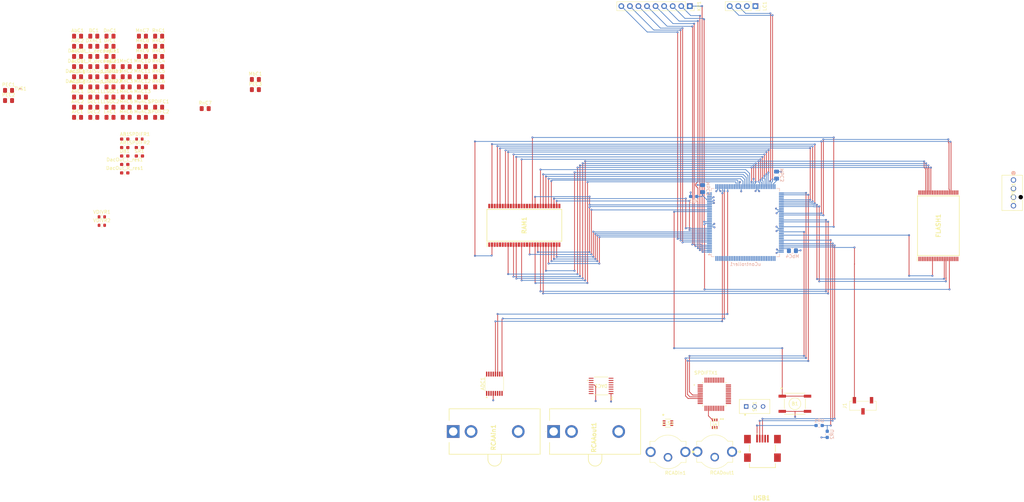
<source format=kicad_pcb>
(kicad_pcb (version 20240108) (generator "pcbnew") (generator_version "8.0")
  (layers (0 "F.Cu" signal "F_Analog.Cu") (1 "In1.Cu" signal "PWR") (2 "In2.Cu" signal "GND") (31 "B.Cu" signal "B_Digital.Cu") (34 "B.Paste" user) (35 "F.Paste" user) (36 "B.SilkS" user "B.Silkscreen") (37 "F.SilkS" user "F.Silkscreen") (38 "B.Mask" user) (39 "F.Mask" user) (44 "Edge.Cuts" user))
  (net 0 "")
  (net 1 "GNDA")
  (net 2 "/I2S1_WS")
  (net 3 "VDDA")
  (net 4 "VDD")
  (net 5 "/I2S1_SDI")
  (net 6 "Net-(ADC1-VA)")
  (net 7 "Net-(ADC1-RIN)")
  (net 8 "Net-(ADC1-REGO)")
  (net 9 "/I2S1_CK")
  (net 10 "/I2S1_MCK")
  (net 11 "Net-(ADC1-VCOM)")
  (net 12 "GNDD")
  (net 13 "Net-(ADC1-LIN)")
  (net 14 "Net-(AdbC1-Pad1)")
  (net 15 "Net-(AdbC2-Pad1)")
  (net 16 "/RST_BTN")
  (net 17 "Net-(DacOut_L_decouple1-Pad1)")
  (net 18 "Net-(DAC1-VREF)")
  (net 19 "Net-(DAC1-CPCB)")
  (net 20 "Net-(DAC1-CPOUT)")
  (net 21 "/I2S2_MCK")
  (net 22 "/I2S2_SDO")
  (net 23 "/I2S2_WS")
  (net 24 "Net-(DacOut_R_decouple1-Pad1)")
  (net 25 "/I2S2_CK")
  (net 26 "Net-(DAC1-CPCA)")
  (net 27 "Net-(DAC1-VDDA)")
  (net 28 "Net-(DAC1-RLINEOUT)")
  (net 29 "Net-(DAC1-LLINEOU)")
  (net 30 "Net-(LLS1-B)")
  (net 31 "Net-(LLS2-B)")
  (net 32 "/FMC_D0")
  (net 34 "/FMC_D6")
  (net 36 "/FMC_NWAIT")
  (net 39 "/FMC_D7")
  (net 41 "/FMC_D1")
  (net 42 "/FMC_NOE")
  (net 45 "/FMC_D5")
  (net 48 "/FMC_NWE")
  (net 49 "/FMC_D4")
  (net 56 "/FMC_ALE")
  (net 57 "/FMC_NCE")
  (net 66 "/Flash_WP")
  (net 68 "/FMC_D3")
  (net 70 "/FMC_CLE")
  (net 74 "/FMC_D2")
  (net 76 "Net-(uController1-VREF+)")
  (net 77 "VDD_DIV")
  (net 78 "/FMC_A3")
  (net 79 "/I2C2_SCL")
  (net 80 "/FMC_A9")
  (net 82 "/FMC_D11")
  (net 83 "/FMC_D10")
  (net 84 "/FMC_NBL0")
  (net 85 "/FMC_A7")
  (net 86 "/FMC_A2")
  (net 87 "/FMC_A1")
  (net 88 "/FMC_SDCKE0")
  (net 89 "/FMC_D15")
  (net 90 "/FMC_A0")
  (net 91 "/FMC_A6")
  (net 92 "/FMC_D8")
  (net 93 "/FMC_BA1")
  (net 94 "/FMC_A8")
  (net 95 "/FMC_D12")
  (net 96 "/FMC_D14")
  (net 97 "/FMC_SDNRAS")
  (net 98 "/FMC_SDNE0")
  (net 99 "/FMC_D9")
  (net 100 "/FMC_A4")
  (net 101 "/FMC_NBL1")
  (net 102 "/FMC_BA0")
  (net 103 "/FMC_A5")
  (net 104 "/FMC_SDNWE")
  (net 105 "/FMC_SDCLK")
  (net 106 "/FMC_SDNCAS")
  (net 108 "/FMC_D13")
  (net 109 "/FMC_A10")
  (net 110 "Net-(MbC3-Pad1)")
  (net 111 "Net-(MbC4-Pad1)")
  (net 115 "/DEBUG_SWCLK")
  (net 122 "/I2C1_SDA")
  (net 126 "/DEBUG_SWDIO")
  (net 141 "/SPDIFTX_OUT")
  (net 147 "/I2C1_SCL")
  (net 152 "/SPDIFRX_IN0")
  (net 155 "/I2C2_SDA")
  (net 160 "Net-(SPDIFC2-Pad2)")
  (net 164 "/KP_Col3")
  (net 165 "Net-(SR1-Pad1)")
  (net 166 "/BOOTSW")
  (net 168 "/USB_OTG_HS_VBUS")
  (net 169 "/USB_OTG_HS_DP")
  (net 170 "/KP_Row2")
  (net 171 "/USB_OTG_HS_DM")
  (net 173 "/KP_Col4")
  (net 178 "Net-(UR1-Pad2)")
  (net 181 "/KP_Row3")
  (net 189 "/KP_Row1")
  (net 195 "/KP_Col2")
  (net 196 "/FMC_A11")
  (net 198 "/KP_Col1")
  (net 201 "Net-(RCADin1-Pad2)")
  (net 202 "/KP_Col5")
  (net 212 "Net-(RCADout1-Pad2)")
  (net 213 "Net-(ADC1-~{PDN})")
  (net 214 "/KP_Row4")
  (net 217 "Net-(USB1-MP1)")
  (footprint "Capacitor_SMD:C_0805_2012Metric_Pad1.18x1.45mm_HandSolder" (layer "F.Cu") (at -73.335 46.3)
    (property "Reference" "DbC1")
    (property "Value" "15u")
  )
  (footprint "CustomModels:SOD-962   SL2_TOS" (layer "F.Cu") (at -95.0592 43.837199)
    (property "Reference" "TVS1")
    (property "Value" "DF2S5M4SL_L3F")
  )
  (footprint "CustomModels:CUI_RCJ-027" (layer "F.Cu") (at 110.8875 151.535 180)
    (property "Reference" "RCADout1")
    (property "Value" "RCJ-027")
  )
  (footprint "Capacitor_SMD:C_0805_2012Metric_Pad1.18x1.45mm_HandSolder" (layer "F.Cu") (at -25.3965 41.0894)
    (property "Reference" "MbC1")
    (property "Value" "4.7u")
  )
  (footprint "Capacitor_SMD:C_0805_2012Metric_Pad1.18x1.45mm_HandSolder" (layer "F.Cu") (at -58.905 34.26)
    (property "Reference" "MnC9")
    (property "Value" "0.1u")
  )
  (footprint "Capacitor_SMD:C_0805_2012Metric_Pad1.18x1.45mm_HandSolder" (layer "F.Cu") (at -73.335 40.28)
    (property "Reference" "Dac_DigitalSup_noise1")
    (property "Value" "0.15u")
  )
  (footprint "Capacitor_SMD:C_0805_2012Metric_Pad1.18x1.45mm_HandSolder" (layer "F.Cu") (at -68.525 46.3)
    (property "Reference" "LLSOC1")
    (property "Value" "0.15u")
  )
  (footprint "Capacitor_SMD:C_0805_2012Metric_Pad1.18x1.45mm_HandSolder" (layer "F.Cu") (at -63.715 52.32)
    (property "Reference" "MnC6")
    (property "Value" "0.1u")
  )
  (footprint "Capacitor_SMD:C_0805_2012Metric_Pad1.18x1.45mm_HandSolder" (layer "F.Cu") (at -68.525 49.31)
    (property "Reference" "LLSOC2")
    (property "Value" "0.15u")
  )
  (footprint "CustomModels:DIX9211PTR" (layer "F.Cu") (at 110.775 134.475)
    (property "Reference" "SPDIFTX1")
    (property "Value" "DIX9211PTR")
  )
  (footprint "Capacitor_SMD:C_0805_2012Metric_Pad1.18x1.45mm_HandSolder" (layer "F.Cu") (at -58.905 43.29)
    (property "Reference" "MnC12")
    (property "Value" "0.1u")
  )
  (footprint "Resistor_SMD:R_0603_1608Metric" (layer "F.Cu") (at -70.945 84.35)
    (property "Reference" "VDIVR2")
    (property "Value" "2.21k")
  )
  (footprint "Capacitor_SMD:C_0805_2012Metric_Pad1.18x1.45mm_HandSolder" (layer "F.Cu") (at -78.145 52.32)
    (property "Reference" "ArC1")
    (property "Value" "1u")
  )
  (footprint "Capacitor_SMD:C_0805_2012Metric_Pad1.18x1.45mm_HandSolder" (layer "F.Cu") (at -54.095 37.27)
    (property "Reference" "RnC4")
    (property "Value" "0.15u")
  )
  (footprint "Capacitor_SMD:C_0805_2012Metric_Pad1.18x1.45mm_HandSolder" (layer "F.Cu") (at -58.905 28.24)
    (property "Reference" "MnC7")
    (property "Value" "0.1u")
  )
  (footprint "Capacitor_SMD:C_0805_2012Metric_Pad1.18x1.45mm_HandSolder" (layer "F.Cu") (at -54.095 40.28)
    (property "Reference" "RnC5")
    (property "Value" "0.15u")
  )
  (footprint "Connector_PinSocket_2.54mm:PinSocket_1x03_P2.54mm_Vertical_SMD_Pin1Right" (layer "F.Cu") (at 154.875 137.9 90)
    (property "Reference" "J1")
    (property "Value" "Conn_01x03_Socket")
  )
  (footprint "Capacitor_SMD:C_0805_2012Metric_Pad1.18x1.45mm_HandSolder" (layer "F.Cu") (at -78.145 49.31)
    (property "Reference" "AnC2")
    (property "Value" "0.1u")
  )
  (footprint "Resistor_SMD:R_0603_1608Metric_Pad0.98x0.95mm_HandSolder" (layer "F.Cu") (at -64.155 58.77)
    (property "Reference" "AB1")
    (property "Value" "600")
  )
  (footprint "Capacitor_SMD:C_0805_2012Metric_Pad1.18x1.45mm_HandSolder" (layer "F.Cu") (at -54.095 52.32)
    (property "Reference" "SPDIFC2")
    (property "Value" "0.1u")
  )
  (footprint "Capacitor_SMD:C_0805_2012Metric_Pad1.18x1.45mm_HandSolder" (layer "F.Cu") (at -73.335 49.31)
    (property "Reference" "DcC1")
    (property "Value" "220nF")
  )
  (footprint "Capacitor_SMD:C_0805_2012Metric_Pad1.18x1.45mm_HandSolder" (layer "F.Cu") (at -58.905 49.31)
    (property "Reference" "MunC1")
    (property "Value" "0.1u")
  )
  (footprint "Resistor_SMD:R_0603_1608Metric" (layer "F.Cu") (at -70.945 81.84)
    (property "Reference" "VDIVR1")
    (property "Value" "8.87k")
  )
  (footprint "Capacitor_SMD:C_0805_2012Metric_Pad1.18x1.45mm_HandSolder" (layer "F.Cu") (at -58.905 46.3)
    (property "Reference" "MnC13")
    (property "Value" "0.1u")
  )
  (footprint "CustomModels:DCK6_TEX" (layer "F.Cu") (at 97.01165 143.050001)
    (property "Reference" "LLS1")
    (property "Value" "SN74AXCH1T45DCKR")
  )
  (footprint "Capacitor_SMD:C_0805_2012Metric_Pad1.18x1.45mm_HandSolder" (layer "F.Cu") (at -73.335 37.27)
    (property "Reference" "DacOut_R_decouple1")
    (property "Value" "2.7n")
  )
  (footprint "KiCad:SOP50P2000X120-48N" (layer "F.Cu") (at 177.25 84.485 90)
    (property "Reference" "FLASH1")
    (property "Value" "TC58BVG1S3HTA00" (hide yes))
  )
  (footprint "Package_SO:TSSOP-16_4.4x5mm_P0.65mm" (layer "F.Cu") (at 45.5 131.36 90)
    (property "Reference" "ADC1")
    (property "Value" "AK5720VT")
  )
  (footprint "Capacitor_SMD:C_0805_2012Metric_Pad1.18x1.45mm_HandSolder" (layer "F.Cu") (at -68.525 37.27)
    (property "Reference" "FnC2")
    (property "Value" "0.15u")
  )
  (footprint "CustomModels:CONN_SD-47053-001_H10p00_MOL" (layer "F.Cu") (at 199.525 70.92 90)
    (property "Reference" "DCPEM1")
    (property "Value" "470531000")
  )
  (footprint "Capacitor_SMD:C_0805_2012Metric_Pad1.18x1.45mm_HandSolder" (layer "F.Cu") (at -63.715 46.3)
    (property "Reference" "MnC4")
    (property "Value" "0.1u")
  )
  (footprint "Capacitor_SMD:C_0805_2012Metric_Pad1.18x1.45mm_HandSolder" (layer "F.Cu") (at -25.3965 44.0994)
    (property "Reference" "PEC3")
    (property "Value" "47u")
  )
  (footprint "Capacitor_SMD:C_0805_2012Metric_Pad1.18x1.45mm_HandSolder" (layer "F.Cu") (at -63.715 49.31)
    (property "Reference" "MnC5")
    (property "Value" "0.1u")
  )
  (footprint "CustomModels:USBM26FTR" (layer "F.Cu") (at 125.05 151.085)
    (property "Reference" "USB1")
    (property "Value" "USB-M26FTR" (hide yes))
  )
  (footprint "Resistor_SMD:R_0603_1608Metric_Pad0.98x0.95mm_HandSolder" (layer "F.Cu") (at -59.805 63.79)
    (property "Reference" "SR1")
    (property "Value" "10k")
  )
  (footprint "Capacitor_SMD:C_0805_2012Metric_Pad1.18x1.45mm_HandSolder" (layer "F.Cu") (at -63.715 40.28)
    (property "Reference" "MnC2")
    (property "Value" "0.1u")
  )
  (footprint "Resistor_SMD:R_0603_1608Metric_Pad0.98x0.95mm_HandSolder" (layer "F.Cu") (at -64.155 61.28)
    (property "Reference" "AR1")
    (property "Value" "100k")
  )
  (footprint "Capacitor_SMD:C_0805_2012Metric_Pad1.18x1.45mm_HandSolder" (layer "F.Cu") (at -54.095 34.26)
    (property "Reference" "RnC3")
    (property "Value" "0.15u")
  )
  (footprint "CustomModels:TSSOP16_NAU8402_NUV" (layer "F.Cu") (at 77.175 132.01 180)
    (property "Reference" "DAC1")
    (property "Value" "NAU8402WG")
  )
  (footprint "Capacitor_SMD:C_0805_2012Metric_Pad1.18x1.45mm_HandSolder" (layer "F.Cu") (at -68.525 40.28)
    (property "Reference" "LLSIC1")
    (property "Value" "0.15u")
  )
  (footprint "Capacitor_SMD:C_0805_2012Metric_Pad1.18x1.45mm_HandSolder" (layer "F.Cu") (at -78.145 37.27)
    (property "Reference" "AcC1")
    (property "Value" "0.47u")
  )
  (footprint "Capacitor_SMD:C_0805_2012Metric_Pad1.18x1.45mm_HandSolder" (layer "F.Cu") (at -73.335 34.26)
    (property "Reference" "DacOut_L_decouple1")
    (property "Value" "2.7n")
  )
  (footprint "Capacitor_SMD:C_0805_2012Metric_Pad1.18x1.45mm_HandSolder" (layer "F.Cu") (at -68.525 31.25)
    (property "Reference" "DrC1")
    (property "Value" "2.2uF")
  )
  (footprint "Resistor_SMD:R_0603_1608Metric" (layer "F.Cu") (at -59.805 58.77)
    (property "Reference" "SPDIFR1")
    (property "Value" "75")
  )
  (footprint "CustomModels:SWITCH_45SK43SMTR92LFS" (layer "F.Cu") (at 134.675 137.3)
    (property "Reference" "B1")
    (property "Value" "PTS645SK43SMTR92LFS")
  )
  (footprint "Capacitor_SMD:C_0805_2012Metric_Pad1.18x1.45mm_HandSolder" (layer "F.Cu") (at -78.145 28.24)
    (property "Reference" "AbC1")
    (property "Value" "10u")
  )
  (footprint "Resistor_SMD:R_0603_1608Metric_Pad0.98x0.95mm_HandSolder" (layer "F.Cu") (at -59.805 61.28)
    (property "Reference" "SPDIFR2")
    (property "Value" "75")
  )
  (footprint "Capacitor_SMD:C_0805_2012Metric_Pad1.18x1.45mm_HandSolder" (layer "F.Cu") (at -54.095 43.29)
    (property "Reference" "RnC6")
    (property "Value" "0.15u")
  )
  (footprint "Resistor_SMD:R_0603_1608Metric_Pad0.98x0.95mm_HandSolder" (layer "F.Cu") (at -64.155 66.3)
    (property "Reference" "DacOut_L_res1")
    (property "Value" "500")
  )
  (footprint "Capacitor_SMD:C_0805_2012Metric_Pad1.18x1.45mm_HandSolder" (layer "F.Cu") (at -54.095 49.31)
    (property "Reference" "SPDIFC1")
    (property "Value" "0.1u")
  )
  (footprint "Capacitor_SMD:C_0805_2012Metric_Pad1.18x1.45mm_HandSolder" (layer "F.Cu") (at -78.145 31.25)
    (property "Reference" "AbC2")
    (property "Value" "10u")
  )
  (footprint "Capacitor_SMD:C_0805_2012Metric_Pad1.18x1.45mm_HandSolder" (layer "F.Cu") (at -68.525 34.26)
    (property "Reference" "FnC1")
    (property "Value" "0.15u")
  )
  (footprint "Capacitor_SMD:C_0805_2012Metric_Pad1.18x1.45mm_HandSolder" (layer "F.Cu") (at -58.905 40.28)
    (property "Reference" "MnC11")
    (property "Value" "0.1u")
  )
  (footprint "CustomModels:FW6190" (layer "F.Cu") (at 33.3 145.535 -90)
    (property "Reference" "RCAAin1")
    (property "Value" "FW6190" (hide yes))
  )
  (footprint "Capacitor_SMD:C_0805_2012Metric_Pad1.18x1.45mm_HandSolder" (layer "F.Cu") (at -58.905 31.25)
    (property "Reference" "MnC8")
    (property "Value" "0.1u")
  )
  (footprint "CustomModels:FW6190" (layer "F.Cu") (at 63.1 145.535 -90)
    (property "Reference" "RCAAout1")
    (property "Value" "FW6190" (hide yes))
  )
  (footprint "Capacitor_SMD:C_0805_2012Metric_Pad1.18x1.45mm_HandSolder" (layer "F.Cu") (at -73.335 52.32)
    (property "Reference" "DcC2")
    (property "Value" "4.7uF")
  )
  (footprint "Capacitor_SMD:C_0805_2012Metric_Pad1.18x1.45mm_HandSolder" (layer "F.Cu") (at -73.335 31.25)
    (property "Reference" "DXnC1")
    (property "Value" "0.15u")
  )
  (footprint "Capacitor_SMD:C_0805_2012Metric_Pad1.18x1.45mm_HandSolder" (layer "F.Cu") (at -98.6246 44.334199)
    (property "Reference" "PEC1")
    (property "Value" "0.1u")
  )
  (footprint "Capacitor_SMD:C_0805_2012Metric_Pad1.18x1.45mm_HandSolder" (layer "F.Cu") (at -68.525 28.24)
    (property "Reference" "DnC1")
    (property "Value" "0.15u")
  )
  (footprint "Capacitor_SMD:C_0805_2012Metric_Pad1.18x1.45mm_HandSolder" (layer "F.Cu") (at -63.715 43.29)
    (property "Reference" "MnC3")
    (property "Value" "0.1u")
  )
  (footprint "Capacitor_SMD:C_0805_2012Metric_Pad1.18x1.45mm_HandSolder" (layer "F.Cu") (at -78.145 34.26)
    (property "Reference" "AbC3")
    (property "Value" "4.7u")
  )
  (footprint "Capacitor_SMD:C_0805_2012Metric_Pad1.18x1.45mm_HandSolder" (layer "F.Cu") (at -58.905 37.27)
    (property "Reference" "MnC10")
    (property "Value" "0.1u")
  )
  (footprint "Capacitor_SMD:C_0805_2012Metric_Pad1.18x1.45mm_HandSolder" (layer "F.Cu") (at -58.905 52.32)
    (property "Reference" "MunC2")
    (property "Value" "1u")
  )
  (footprint "Capacitor_SMD:C_0805_2012Metric_Pad1.18x1.45mm_HandSolder" (layer "F.Cu") (at -73.335 43.29)
    (property "Reference" "Dac_DigitalSup_noise2")
    (property "Value" "0.15u")
  )
  (footprint "CustomModels:SLW-883935_CUD" (layer "F.Cu") (at 120.225 138.11 90)
    (property "Reference" "SW1")
    (property "Value" "SLW-883935-2A-D")
  )
  (footprint "Capacitor_SMD:C_0805_2012Metric_Pad1.18x1.45mm_HandSolder" (layer "F.Cu") (at -98.6246 47.344199)
    (property "Reference" "PEC2")
    (property "Value" "1u")
  )
  (footprint "Capacitor_SMD:C_0805_2012Metric_Pad1.18x1.45mm_HandSolder" (layer "F.Cu") (at -63.715 37.27)
    (property "Reference" "MnC1")
    (property "Value" "0.1u")
  )
  (footprint "Connector_PinSocket_2.54mm:PinSocket_1x09_P2.54mm_Vertical" (layer "F.Cu") (at 103.5 19.335 -90)
    (property "Reference" "KP1")
    (property "Value" "~")
  )
  (footprint "Capacitor_SMD:C_0805_2012Metric_Pad1.18x1.45mm_HandSolder" (layer "F.Cu") (at -78.145 46.3)
    (property "Reference" "AnC1")
    (property "Value" "0.1u")
  )
  (footprint "CustomModels:DCK6_TEX" (layer "F.Cu") (at 110.875 143.225 -90)
    (property "Reference" "LLS2")
    (property "Value" "SN74AXCH1T45DCKR")
  )
  (footprint "Connector_PinSocket_2.54mm:PinSocket_1x04_P2.54mm_Vertical" (layer "F.Cu") (at 122.96 19.335 -90)
    (property "Reference" "LC1")
    (property "Value" "~")
  )
  (footprint "Resistor_SMD:R_0603_1608Metric_Pad0.98x0.95mm_HandSolder" (layer "F.Cu") (at -64.155 63.79)
    (property "Reference" "DB1")
    (property "Value" "600")
  )
  (footprint "Resistor_SMD:R_0603_1608Metric_Pad0.98x0.95mm_HandSolder" (layer "F.Cu") (at -64.155 68.81)
    (property "Reference" "DacOut_R_res1")
    (property "Value" "500")
  )
  (footprint "CustomModels:CUI_RCJ-027" (layer "F.Cu") (at 97.025 151.585 180)
    (property "Reference" "RCADin1")
    (property "Value" "RCJ-027")
  )
  (footprint "Capacitor_SMD:C_0805_2012Metric_Pad1.18x1.45mm_HandSolder" (layer "F.Cu") (at -54.095 28.24)
    (property "Reference" "RnC1")
    (property "Value" "0.15u")
  )
  (footprint "Capacitor_SMD:C_0805_2012Metric_Pad1.18x1.45mm_HandSolder" (layer "F.Cu") (at -40.284 49.7244)
    (property "Reference" "RnC7")
    (property "Value" "0.15u")
  )
  (footprint "CustomModels:SOP80P1176X120-54N" (layer "F.Cu") (at 54.4 84.363 90)
    (property "Reference" "RAM1")
    (property "Value" "AS4C8M16SA-6TCN" (hide yes))
  )
  (footprint "Capacitor_SMD:C_0805_2012Metric_Pad1.18x1.45mm_HandSolder" (layer "F.Cu") (at -78.145 40.28)
    (property "Reference" "AdbC1")
    (property "Value" "10u")
  )
  (footprint "Capacitor_SMD:C_0805_2012Metric_Pad1.18x1.45mm_HandSolder" (layer "F.Cu") (at -68.525 52.32)
    (property "Reference" "LnC1")
    (property "Value" "0.15u")
  )
  (footprint "Capacitor_SMD:C_0805_2012Metric_Pad1.18x1.45mm_HandSolder" (layer "F.Cu") (at -68.525 43.29)
    (property "Reference" "LLSIC2")
    (property "Value" "0.15u")
  )
  (footprint "Capacitor_SMD:C_0805_2012Metric_Pad1.18x1.45mm_HandSolder" (layer "F.Cu") (at -73.335 28.24)
    (property "Reference" "BC1")
    (property "Value" "0.1u")
  )
  (footprint "Capacitor_SMD:C_0805_2012Metric_Pad1.18x1.45mm_HandSolder" (layer "F.Cu") (at -54.095 31.25)
    (property "Reference" "RnC2")
    (property "Value" "0.15u")
  )
  (footprint "Capacitor_SMD:C_0805_2012Metric_Pad1.18x1.45mm_HandSolder" (layer "F.Cu") (at -78.145 43.29)
    (property "Reference" "AdbC2")
    (property "Value" "10u")
  )
  (footprint "Resistor_SMD:R_0603_1608Metric_Pad0.98x0.95mm_HandSolder" (layer "B.Cu") (at 141.875 143.75 180)
    (property "Reference" "UR1")
    (property "Value" "33k")
  )
  (footprint "Capacitor_SMD:C_0805_2012Metric_Pad1.18x1.45mm_HandSolder" (layer "B.Cu") (at 107.3 73.46 90)
    (property "Reference" "MbC2")
    (property "Value" "1u")
  )
  (footprint "Resistor_SMD:R_0603_1608Metric_Pad0.98x0.95mm_HandSolder" (layer "B.Cu") (at 104.65 75.81)
    (property "Reference" "MR1")
    (property "Value" "100k")
  )
  (footprint "Capacitor_SMD:C_0805_2012Metric_Pad1.18x1.45mm_HandSolder" (layer "B.Cu") (at 133.9375 91.875)
    (property "Reference" "MbC4")
    (property "Value" "2.2u")
  )
  (footprint "Package_QFP:LQFP-144_20x20mm_P0.5mm" (layer "B.Cu") (at 120 83.535)
    (property "Reference" "uController1")
    (property "Value" "STM32H7A3ZITx")
  )
  (footprint "Capacitor_SMD:C_0805_2012Metric_Pad1.18x1.45mm_HandSolder" (layer "B.Cu") (at 129.225 69.46 90)
    (property "Reference" "MbC3")
    (property "Value" "2.2u")
  )
  (footprint "Resistor_SMD:R_0603_1608Metric_Pad0.98x0.95mm_HandSolder" (layer "B.Cu") (at 144.275 146.375 90)
    (property "Reference" "UR2")
    (property "Value" "82k")
  )
  (segment (start 45.175 136.2725) (end 45.175 134.2225) (width 0.2) (layer "F.Cu") (net 1))
  (segment (start 74.22225 131.685007) (end 75.1271 131.685007) (width 0.2) (layer "F.Cu") (net 1))
  (segment (start 45.125 136.2725) (end 45.175 136.2725) (width 0.2) (layer "F.Cu") (net 1))
  (segment (start 75.1271 131.685007) (end 75.575 132.132907) (width 0.2) (layer "F.Cu") (net 1))
  (segment (start 75.575 132.132907) (end 75.575 136.5) (width 0.2) (layer "F.Cu") (net 1))
  (segment (start 80.12775 134.284951) (end 80.12775 136.62775) (width 0.2) (layer "F.Cu") (net 1))
  (segment (start 80.12775 136.62775) (end 80.15 136.65) (width 0.2) (layer "F.Cu") (net 1))
  (via (at 75.575 136.5) (size 0.55) (drill 0.15) (layers "F.Cu" "B.Cu") (net 1))
  (via (at 45.175 136.2725) (size 0.55) (drill 0.15) (layers "F.Cu" "B.Cu") (net 1))
  (via (at 80.15 136.65) (size 0.55) (drill 0.15) (layers "F.Cu" "B.Cu") (net 1))
  (via (at 110.6 76.96) (size 0.55) (drill 0.15) (layers "F.Cu" "B.Cu") (net 1))
  (segment (start 110.274999 77.285001) (end 109.3375 77.285001) (width 0.2) (layer "B.Cu") (net 1))
  (segment (start 110.6 76.96) (end 110.274999 77.285001) (width 0.2) (layer "B.Cu") (net 1))
  (via (at 110.641286 77.728239) (size 0.55) (drill 0.15) (layers "F.Cu" "B.Cu") (net 4))
  (via (at 110.75 83.91) (size 0.55) (drill 0.15) (layers "F.Cu" "B.Cu") (net 4))
  (via (at 124.075 74.235) (size 0.55) (drill 0.15) (layers "F.Cu" "B.Cu") (net 4))
  (via (at 112.55 74.21) (size 0.55) (drill 0.15) (layers "F.Cu" "B.Cu") (net 4))
  (via (at 110.55 76.01) (size 0.55) (drill 0.15) (layers "F.Cu" "B.Cu") (net 4))
  (via (at 129.25 92.55) (size 0.55) (drill 0.15) (layers "F.Cu" "B.Cu") (net 4))
  (via (at 129.225 86.075) (size 0.55) (drill 0.15) (layers "F.Cu" "B.Cu") (net 4))
  (via (at 118.75 74.275) (size 0.55) (drill 0.15) (layers "F.Cu" "B.Cu") (net 4))
  (via (at 103.75 74.61) (size 0.55) (drill 0.15) (layers "F.Cu" "B.Cu") (net 4))
  (via (at 129.25 80.775) (size 0.55) (drill 0.15) (layers "F.Cu" "B.Cu") (net 4))
  (segment (start 130.6625 80.285) (end 129.74 80.285) (width 0.2) (layer "B.Cu") (net 4))
  (segment (start 129.515 92.285) (end 129.25 92.55) (width 0.2) (layer "B.Cu") (net 4))
  (segment (start 130.6625 85.785) (end 129.515 85.785) (width 0.2) (layer "B.Cu") (net 4))
  (segment (start 112.25 73.91) (end 112.55 74.21) (width 0.2) (layer "B.Cu") (net 4))
  (segment (start 110.375 84.285) (end 110.75 83.91) (width 0.2) (layer "B.Cu") (net 4))
  (segment (start 109.3375 84.285) (end 110.375 84.285) (width 0.2) (layer "B.Cu") (net 4))
  (segment (start 129.74 80.285) (end 129.25 80.775) (width 0.2) (layer "B.Cu") (net 4))
  (segment (start 109.3375 76.285) (end 110.275 76.285) (width 0.2) (layer "B.Cu") (net 4))
  (segment (start 103.7375 74.6225) (end 103.75 74.61) (width 0.2) (layer "B.Cu") (net 4))
  (segment (start 118.75 72.872499) (end 118.75 74.275) (width 0.2) (layer "B.Cu") (net 4))
  (segment (start 103.7375 75.81) (end 103.7375 74.6225) (width 0.2) (layer "B.Cu") (net 4))
  (segment (start 124.075 74.235) (end 123.749999 73.909999) (width 0.2) (layer "B.Cu") (net 4))
  (segment (start 129.515 85.785) (end 129.225 86.075) (width 0.2) (layer "B.Cu") (net 4))
  (segment (start 123.749999 73.909999) (end 123.749999 72.8725) (width 0.2) (layer "B.Cu") (net 4))
  (segment (start 110.275 76.285) (end 110.55 76.01) (width 0.2) (layer "B.Cu") (net 4))
  (segment (start 110.584525 77.785) (end 109.3375 77.785) (width 0.2) (layer "B.Cu") (net 4))
  (segment (start 110.641286 77.728239) (end 110.584525 77.785) (width 0.2) (layer "B.Cu") (net 4))
  (segment (start 130.6625 92.285) (end 129.515 92.285) (width 0.2) (layer "B.Cu") (net 4))
  (segment (start 112.25 72.872499) (end 112.25 73.91) (width 0.2) (layer "B.Cu") (net 4))
  (segment (start 113.725 112.035) (end 113.725 74.21) (width 0.2) (layer "F.Cu") (net 5))
  (segment (start 48 112.035) (end 47.775 112.26) (width 0.2) (layer "F.Cu") (net 5))
  (segment (start 47.775 112.26) (end 47.775 128.4975) (width 0.2) (layer "F.Cu") (net 5))
  (via (at 48 112.035) (size 0.55) (drill 0.15) (layers "F.Cu" "B.Cu") (net 5))
  (via (at 113.725 112.035) (size 0.55) (drill 0.15) (layers "F.Cu" "B.Cu") (net 5))
  (via (at 113.725 74.21) (size 0.55) (drill 0.15) (layers "F.Cu" "B.Cu") (net 5))
  (segment (start 113.7 112.06) (end 48.025 112.06) (width 0.2) (layer "B.Cu") (net 5))
  (segment (start 113.750001 72.8725) (end 113.750001 74.184999) (width 0.2) (layer "B.Cu") (net 5))
  (segment (start 113.750001 74.184999) (end 113.725 74.21) (width 0.2) (layer "B.Cu") (net 5))
  (segment (start 113.725 112.035) (end 113.7 112.06) (width 0.2) (layer "B.Cu") (net 5))
  (segment (start 48.025 112.06) (end 48 112.035) (width 0.2) (layer "B.Cu") (net 5))
  (segment (start 113.15 112.76) (end 113.15 74.835) (width 0.2) (layer "F.Cu") (net 9))
  (segment (start 45.825 112.86) (end 45.825 128.4975) (width 0.2) (layer "F.Cu") (net 9))
  (segment (start 113.1 112.81) (end 113.15 112.76) (width 0.2) (layer "F.Cu") (net 9))
  (via (at 45.825 112.86) (size 0.55) (drill 0.15) (layers "F.Cu" "B.Cu") (net 9))
  (via (at 113.1 112.81) (size 0.55) (drill 0.15) (layers "F.Cu" "B.Cu") (net 9))
  (via (at 113.15 74.835) (size 0.55) (drill 0.15) (layers "F.Cu" "B.Cu") (net 9))
  (segment (start 113.15 73.971827) (end 113.15 74.835) (width 0.2) (layer "B.Cu") (net 9))
  (segment (start 45.85 112.835) (end 45.825 112.86) (width 0.2) (layer "B.Cu") (net 9))
  (segment (start 113.1 112.81) (end 113.075 112.835) (width 0.2) (layer "B.Cu") (net 9))
  (segment (start 113.075 112.835) (end 45.85 112.835) (width 0.2) (layer "B.Cu") (net 9))
  (segment (start 113.25 73.871827) (end 113.15 73.971827) (width 0.2) (layer "B.Cu") (net 9))
  (segment (start 113.25 72.8725) (end 113.25 73.871827) (width 0.2) (layer "B.Cu") (net 9))
  (segment (start 114.6625 110.6725) (end 114.725 110.61) (width 0.2) (layer "F.Cu") (net 10))
  (segment (start 46.475 110.685) (end 46.5 110.71) (width 0.2) (layer "F.Cu") (net 10))
  (segment (start 46.5 110.71) (end 46.5 128.4725) (width 0.2) (layer "F.Cu") (net 10))
  (segment (start 46.5 128.4725) (end 46.475 128.4975) (width 0.2) (layer "F.Cu") (net 10))
  (segment (start 114.725 110.61) (end 114.725 74.235) (width 0.2) (layer "F.Cu") (net 10))
  (via (at 46.475 110.685) (size 0.55) (drill 0.15) (layers "F.Cu" "B.Cu") (net 10))
  (via (at 114.6625 110.6725) (size 0.55) (drill 0.15) (layers "F.Cu" "B.Cu") (net 10))
  (via (at 114.725 74.235) (size 0.55) (drill 0.15) (layers "F.Cu" "B.Cu") (net 10))
  (segment (start 114.749999 74.210001) (end 114.725 74.235) (width 0.2) (layer "B.Cu") (net 10))
  (segment (start 114.749999 72.8725) (end 114.749999 74.210001) (width 0.2) (layer "B.Cu") (net 10))
  (segment (start 46.5 110.71) (end 46.475 110.685) (width 0.2) (layer "B.Cu") (net 10))
  (segment (start 114.625 110.71) (end 46.5 110.71) (width 0.2) (layer "B.Cu") (net 10))
  (segment (start 114.6625 110.6725) (end 114.625 110.71) (width 0.2) (layer "B.Cu") (net 10))
  (segment (start 134.725 141.175) (end 134.75 141.2) (width 0.2) (layer "F.Cu") (net 12))
  (segment (start 134.725 139.550001) (end 134.725 141.175) (width 0.2) (layer "F.Cu") (net 12))
  (segment (start 134.725 139.550001) (end 138.4215 139.550001) (width 0.2) (layer "F.Cu") (net 12))
  (segment (start 130.9285 139.550001) (end 134.725 139.550001) (width 0.2) (layer "F.Cu") (net 12))
  (via (at 142.55 147.275) (size 0.55) (drill 0.15) (layers "F.Cu" "B.Cu") (net 12))
  (via (at 136.35 91.775) (size 0.55) (drill 0.15) (layers "F.Cu" "B.Cu") (net 12))
  (via (at 118.345727 71.513513) (size 0.55) (drill 0.15) (layers "F.Cu" "B.Cu") (net 12))
  (via (at 110.8 84.96) (size 0.55) (drill 0.15) (layers "F.Cu" "B.Cu") (net 12))
  (via (at 105.775 72.36) (size 0.55) (drill 0.15) (layers "F.Cu" "B.Cu") (net 12))
  (via (at 129.325 91.525) (size 0.55) (drill 0.15) (layers "F.Cu" "B.Cu") (net 12))
  (via (at 129.225 84.775) (size 0.55) (drill 0.15) (layers "F.Cu" "B.Cu") (net 12))
  (via (at 111.35 74.235) (size 0.55) (drill 0.15) (layers "F.Cu" "B.Cu") (net 12))
  (via (at 129.1 79.4) (size 0.55) (drill 0.15) (layers "F.Cu" "B.Cu") (net 12))
  (via (at 134.75 141.2) (size 0.55) (drill 0.15) (layers "F.Cu" "B.Cu") (net 12))
  (via (at 130.55 68.41) (size 0.55) (drill 0.15) (layers "F.Cu" "B.Cu") (net 12))
  (via (at 123.005736 74.190736) (size 0.55) (drill 0.15) (layers "F.Cu" "B.Cu") (net 12))
  (segment (start 130.6625 91.785) (end 129.585 91.785) (width 0.2) (layer "B.Cu") (net 12))
  (segment (start 130.6625 79.785001) (end 129.485001 79.785001) (width 0.2) (layer "B.Cu") (net 12))
  (segment (start 123.005736 74.190735) (end 123.25 73.946471) (width 0.2) (layer "B.Cu") (net 12))
  (segment (start 134.975 91.875) (end 136.25 91.875) (width 0.2) (layer "B.Cu") (net 12))
  (segment (start 109.337499 84.785) (end 110.625 84.785) (width 0.2) (layer "B.Cu") (net 12))
  (segment (start 130.5375 68.4225) (end 130.55 68.41) (width 0.2) (layer "B.Cu") (net 12))
  (segment (start 130.6625 85.285) (end 129.735 85.285) (width 0.2) (layer "B.Cu") (net 12))
  (segment (start 136.25 91.875) (end 136.35 91.775) (width 0.2) (layer "B.Cu") (net 12))
  (segment (start 107.3 72.4225) (end 105.8375 72.4225) (width 0.2) (layer "B.Cu") (net 12))
  (segment (start 105.8375 72.4225) (end 105.775 72.36) (width 0.2) (layer "B.Cu") (net 12))
  (segment (start 111.75 72.8725) (end 111.75 73.835) (width 0.2) (layer "B.Cu") (net 12))
  (segment (start 118.345727 71.513513) (end 118.25 71.60924) (width 0.2) (layer "B.Cu") (net 12))
  (segment (start 123.25 73.946471) (end 123.25 72.8725) (width 0.2) (layer "B.Cu") (net 12))
  (segment (start 111.75 73.835) (end 111.35 74.235) (width 0.2) (layer "B.Cu") (net 12))
  (segment (start 129.225 68.4225) (end 130.5375 68.4225) (width 0.2) (layer "B.Cu") (net 12))
  (segment (start 129.485001 79.785001) (end 129.1 79.4) (width 0.2) (layer "B.Cu") (net 12))
  (segment (start 118.25 71.60924) (end 118.25 72.8725) (width 0.2) (layer "B.Cu") (net 12))
  (segment (start 129.735 85.285) (end 129.225 84.775) (width 0.2) (layer "B.Cu") (net 12))
  (segment (start 123.005736 74.190736) (end 123.005736 74.190735) (width 0.2) (layer "B.Cu") (net 12))
  (segment (start 144.275 147.2875) (end 142.5625 147.2875) (width 0.2) (layer "B.Cu") (net 12))
  (segment (start 129.585 91.785) (end 129.325 91.525) (width 0.2) (layer "B.Cu") (net 12))
  (segment (start 110.625 84.785) (end 110.8 84.96) (width 0.2) (layer "B.Cu") (net 12))
  (segment (start 142.5625 147.2875) (end 142.55 147.275) (width 0.2) (layer "B.Cu") (net 12))
  (segment (start 130.925 120.81) (end 130.925 133.66) (width 0.2) (layer "F.Cu") (net 16))
  (segment (start 130.9285 135.049999) (end 138.4215 135.049999) (width 0.2) (layer "F.Cu") (net 16))
  (segment (start 130.9285 133.6635) (end 130.9285 135.049999) (width 0.2) (layer "F.Cu") (net 16))
  (segment (start 98.85 80.360001) (end 98.85 120.81) (width 0.2) (layer "F.Cu") (net 16))
  (segment (start 130.925 133.66) (end 130.9285 133.6635) (width 0.2) (layer "F.Cu") (net 16))
  (via (at 98.85 120.81) (size 0.55) (drill 0.15) (layers "F.Cu" "B.Cu") (net 16))
  (via (at 130.925 120.81) (size 0.55) (drill 0.15) (layers "F.Cu" "B.Cu") (net 16))
  (via (at 98.85 80.360001) (size 0.55) (drill 0.15) (layers "F.Cu" "B.Cu") (net 16))
  (segment (start 130.925 120.81) (end 98.85 120.81) (width 0.2) (layer "B.Cu") (net 16))
  (segment (start 98.925001 80.285) (end 98.85 80.360001) (width 0.2) (layer "B.Cu") (net 16))
  (segment (start 109.3375 80.285) (end 98.925001 80.285) (width 0.2) (layer "B.Cu") (net 16))
  (segment (start 104.35 134.725) (end 106.595 134.725) (width 0.2) (layer "F.Cu") (net 21))
  (segment (start 137.4 86.325) (end 137.4 123.1) (width 0.2) (layer "F.Cu") (net 21))
  (segment (start 103.4 133.775) (end 104.35 134.725) (width 0.2) (layer "F.Cu") (net 21))
  (segment (start 103.4 123.125) (end 103.4 133.775) (width 0.2) (layer "F.Cu") (net 21))
  (via (at 103.4 123.125) (size 0.55) (drill 0.15) (layers "F.Cu" "B.Cu") (net 21))
  (via (at 137.4 86.325) (size 0.55) (drill 0.15) (layers "F.Cu" "B.Cu") (net 21))
  (via (at 137.4 123.1) (size 0.55) (drill 0.15) (layers "F.Cu" "B.Cu") (net 21))
  (segment (start 103.425 123.1) (end 103.4 123.125) (width 0.2) (layer "B.Cu") (net 21))
  (segment (start 137.4 123.1) (end 103.425 123.1) (width 0.2) (layer "B.Cu") (net 21))
  (segment (start 130.6625 86.285) (end 137.36 86.285) (width 0.2) (layer "B.Cu") (net 21))
  (segment (start 137.36 86.285) (end 137.4 86.325) (width 0.2) (layer "B.Cu") (net 21))
  (segment (start 137.975 123.7) (end 137.95 123.725) (width 0.2) (layer "F.Cu") (net 23))
  (segment (start 102.25 123.85) (end 102.25 135) (width 0.2) (layer "F.Cu") (net 23))
  (segment (start 137.975 74.75) (end 137.975 123.7) (width 0.2) (layer "F.Cu") (net 23))
  (segment (start 102.975 135.725) (end 106.595 135.725) (width 0.2) (layer "F.Cu") (net 23))
  (segment (start 138 74.725) (end 137.975 74.75) (width 0.2) (layer "F.Cu") (net 23))
  (segment (start 102.25 135) (end 102.975 135.725) (width 0.2) (layer "F.Cu") (net 23))
  (via (at 138 74.725) (size 0.55) (drill 0.15) (layers "F.Cu" "B.Cu") (net 23))
  (via (at 102.25 123.85) (size 0.55) (drill 0.15) (layers "F.Cu" "B.Cu") (net 23))
  (via (at 137.95 123.725) (size 0.55) (drill 0.15) (layers "F.Cu" "B.Cu") (net 23))
  (segment (start 138 74.725) (end 137.94 74.785) (width 0.2) (layer "B.Cu") (net 23))
  (segment (start 137.94 74.785) (end 130.6625 74.785) (width 0.2) (layer "B.Cu") (net 23))
  (segment (start 137.95 123.725) (end 102.375 123.725) (width 0.2) (layer "B.Cu") (net 23))
  (segment (start 102.375 123.725) (end 102.25 123.85) (width 0.2) (layer "B.Cu") (net 23))
  (segment (start 138.65 75.3) (end 138.65 124.6) (width 0.2) (layer "F.Cu") (net 25))
  (segment (start 102.825 134.55) (end 103.5 135.225) (width 0.2) (layer "F.Cu") (net 25))
  (segment (start 103.5 135.225) (end 106.595 135.225) (width 0.2) (layer "F.Cu") (net 25))
  (segment (start 102.825 124.525) (end 102.825 134.55) (width 0.2) (layer "F.Cu") (net 25))
  (via (at 138.65 75.3) (size 0.55) (drill 0.15) (layers "F.Cu" "B.Cu") (net 25))
  (via (at 138.65 124.6) (size 0.55) (drill 0.15) (layers "F.Cu" "B.Cu") (net 25))
  (via (at 102.825 124.525) (size 0.55) (drill 0.15) (layers "F.Cu" "B.Cu") (net 25))
  (segment (start 131.432411 75.285) (end 131.447411 75.3) (width 0.2) (layer "B.Cu") (net 25))
  (segment (start 131.447411 75.3) (end 138.65 75.3) (width 0.2) (layer "B.Cu") (net 25))
  (segment (start 102.9 124.6) (end 102.825 124.525) (width 0.2) (layer "B.Cu") (net 25))
  (segment (start 138.65 124.6) (end 102.9 124.6) (width 0.2) (layer "B.Cu") (net 25))
  (segment (start 130.6625 75.285) (end 131.432411 75.285) (width 0.2) (layer "B.Cu") (net 25))
  (segment (start 39.75 59.475) (end 39.75 93.4) (width 0.2) (layer "F.Cu") (net 32))
  (segment (start 44.8 93.225) (end 44.8 90.091) (width 0.2) (layer "F.Cu") (net 32))
  (segment (start 181 59.75) (end 181 74.635) (width 0.2) (layer "F.Cu") (net 32))
  (segment (start 44.7125 93.3125) (end 44.8 93.225) (width 0.2) (layer "F.Cu") (net 32))
  (segment (start 142.525 80.775) (end 142.525 59.475) (width 0.2) (layer "F.Cu") (net 32))
  (segment (start 180.825 59.575) (end 181 59.75) (width 0.2) (layer "F.Cu") (net 32))
  (via (at 142.525 59.475) (size 0.55) (drill 0.15) (layers "F.Cu" "B.Cu") (net 32))
  (via (at 142.525 80.775) (size 0.55) (drill 0.15) (layers "F.Cu" "B.Cu") (net 32))
  (via (at 180.825 59.575) (size 0.55) (drill 0.15) (layers "F.Cu" "B.Cu") (net 32))
  (via (at 39.75 93.4) (size 0.55) (drill 0.15) (layers "F.Cu" "B.Cu") (net 32))
  (via (at 44.7125 93.3125) (size 0.55) (drill 0.15) (layers "F.Cu" "B.Cu") (net 32))
  (via (at 39.75 59.475) (size 0.55) (drill 0.15) (layers "F.Cu" "B.Cu") (net 32))
  (segment (start 44.7125 93.3125) (end 44.625 93.4) (width 0.2) (layer "B.Cu") (net 32))
  (segment (start 142.515 80.785) (end 142.525 80.775) (width 0.2) (layer "B.Cu") (net 32))
  (segment (start 130.6625 80.785) (end 142.515 80.785) (width 0.2) (layer "B.Cu") (net 32))
  (segment (start 44.625 93.4) (end 39.75 93.4) (width 0.2) (layer "B.Cu") (net 32))
  (segment (start 142.525 59.475) (end 180.725 59.475) (width 0.2) (layer "B.Cu") (net 32))
  (segment (start 180.725 59.475) (end 180.825 59.575) (width 0.2) (layer "B.Cu") (net 32))
  (segment (start 142.525 59.475) (end 39.75 59.475) (width 0.2) (layer "B.Cu") (net 32))
  (segment (start 71.725 65.96) (end 71.725 100.11) (width 0.2) (layer "F.Cu") (net 34))
  (segment (start 123.05 71.435) (end 123.05 65.985) (width 0.2) (layer "F.Cu") (net 34))
  (segment (start 52 100.11) (end 52 90.091) (width 0.2) (layer "F.Cu") (net 34))
  (segment (start 174 67.624214) (end 174 74.635) (width 0.2) (layer "F.Cu") (net 34))
  (segment (start 173.625 67.249214) (end 174 67.624214) (width 0.2) (layer "F.Cu") (net 34))
  (segment (start 52.05 100.16) (end 52 100.11) (width 0.2) (layer "F.Cu") (net 34))
  (segment (start 173.625 65.985) (end 173.625 67.249214) (width 0.2) (layer "F.Cu") (net 34))
  (via (at 173.625 65.985) (size 0.55) (drill 0.15) (layers "F.Cu" "B.Cu") (net 34))
  (via (at 71.725 100.11) (size 0.55) (drill 0.15) (layers "F.Cu" "B.Cu") (net 34))
  (via (at 123.05 65.985) (size 0.55) (drill 0.15) (layers "F.Cu" "B.Cu") (net 34))
  (via (at 123.05 71.435) (size 0.55) (drill 0.15) (layers "F.Cu" "B.Cu") (net 34))
  (via (at 52.05 100.16) (size 0.55) (drill 0.15) (layers "F.Cu" "B.Cu") (net 34))
  (via (at 71.725 65.96) (size 0.55) (drill 0.15) (layers "F.Cu" "B.Cu") (net 34))
  (segment (start 122.75 72.06) (end 123.05 71.76) (width 0.2) (layer "B.Cu") (net 34))
  (segment (start 71.75 65.985) (end 71.725 65.96) (width 0.2) (layer "B.Cu") (net 34))
  (segment (start 52.05 100.16) (end 52.1 100.11) (width 0.2) (layer "B.Cu") (net 34))
  (segment (start 173.625 65.985) (end 173.6 66.01) (width 0.2) (layer "B.Cu") (net 34))
  (segment (start 173.6 66.01) (end 123.075 66.01) (width 0.2) (layer "B.Cu") (net 34))
  (segment (start 123.05 71.76) (end 123.05 71.435) (width 0.2) (layer "B.Cu") (net 34))
  (segment (start 52.1 100.11) (end 71.725 100.11) (width 0.2) (layer "B.Cu") (net 34))
  (segment (start 123.05 65.985) (end 71.75 65.985) (width 0.2) (layer "B.Cu") (net 34))
  (segment (start 123.075 66.01) (end 123.05 65.985) (width 0.2) (layer "B.Cu") (net 34))
  (segment (start 122.75 72.8725) (end 122.75 72.06) (width 0.2) (layer "B.Cu") (net 34))
  (segment (start 173.025 67.214899) (end 173.5 67.689899) (width 0.2) (layer "F.Cu") (net 39))
  (segment (start 173.5 67.689899) (end 173.5 74.635) (width 0.2) (layer "F.Cu") (net 39))
  (segment (start 123.9 65.335) (end 123.9 71.41) (width 0.2) (layer "F.Cu") (net 39))
  (segment (start 72.45 100.71) (end 72.475 100.685) (width 0.2) (layer "F.Cu") (net 39))
  (segment (start 72.475 65.36) (end 72.45 65.335) (width 0.2) (layer "F.Cu") (net 39))
  (segment (start 53.6 100.685) (end 53.6 90.091) (width 0.2) (layer "F.Cu") (net 39))
  (segment (start 72.475 100.685) (end 72.475 65.36) (width 0.2) (layer "F.Cu") (net 39))
  (segment (start 173.043388 65.41) (end 173.025 65.428388) (width 0.2) (layer "F.Cu") (net 39))
  (segment (start 173.025 65.428388) (end 173.025 67.214899) (width 0.2) (layer "F.Cu") (net 39))
  (via (at 123.9 65.335) (size 0.55) (drill 0.15) (layers "F.Cu" "B.Cu") (net 39))
  (via (at 123.9 71.41) (size 0.55) (drill 0.15) (layers "F.Cu" "B.Cu") (net 39))
  (via (at 173.043388 65.41) (size 0.55) (drill 0.15) (layers "F.Cu" "B.Cu") (net 39))
  (via (at 72.45 65.335) (size 0.55) (drill 0.15) (layers "F.Cu" "B.Cu") (net 39))
  (via (at 72.45 100.71) (size 0.55) (drill 0.15) (layers "F.Cu" "B.Cu") (net 39))
  (via (at 53.6 100.685) (size 0.55) (drill 0.15) (layers "F.Cu" "B.Cu") (net 39))
  (segment (start 172.968388 65.335) (end 173.043388 65.41) (width 0.2) (layer "B.Cu") (net 39))
  (segment (start 72.45 100.71) (end 53.625 100.71) (width 0.2) (layer "B.Cu") (net 39))
  (segment (start 123.9 65.335) (end 72.45 65.335) (width 0.2) (layer "B.Cu") (net 39))
  (segment (start 53.625 100.71) (end 53.6 100.685) (width 0.2) (layer "B.Cu") (net 39))
  (segment (start 123.9 65.335) (end 172.968388 65.335) (width 0.2) (layer "B.Cu") (net 39))
  (segment (start 124.25 72.8725) (end 124.25 71.76) (width 0.2) (layer "B.Cu") (net 39))
  (segment (start 124.25 71.76) (end 123.9 71.41) (width 0.2) (layer "B.Cu") (net 39))
  (segment (start 143.125 58.9) (end 143.1 58.875) (width 0.2) (layer "F.Cu") (net 41))
  (segment (start 180.5 73.735) (end 180.5 74.635) (width 0.2) (layer "F.Cu") (net 41))
  (segment (start 180.2 58.85) (end 180.2 59.763173) (width 0.2) (layer "F.Cu") (net 41))
  (segment (start 180.4 59.963173) (end 180.4 73.635) (width 0.2) (layer "F.Cu") (net 41))
  (segment (start 143.125 81.375) (end 143.125 58.9) (width 0.2) (layer "F.Cu") (net 41))
  (segment (start 180.4 73.635) (end 180.5 73.735) (width 0.2) (layer "F.Cu") (net 41))
  (segment (start 180.2 59.763173) (end 180.4 59.963173) (width 0.2) (layer "F.Cu") (net 41))
  (via (at 180.2 58.85) (size 0.55) (drill 0.15) (layers "F.Cu" "B.Cu") (net 41))
  (via (at 143.125 81.375) (size 0.55) (drill 0.15) (layers "F.Cu" "B.Cu") (net 41))
  (via (at 143.1 58.875) (size 0.55) (drill 0.15) (layers "F.Cu" "B.Cu") (net 41))
  (segment (start 142.221827 81.285) (end 142.311827 81.375) (width 0.2) (layer "B.Cu") (net 41))
  (segment (start 143.1 58.875) (end 180.175 58.875) (width 0.2) (layer "B.Cu") (net 41))
  (segment (start 180.175 58.875) (end 180.2 58.85) (width 0.2) (layer "B.Cu") (net 41))
  (segment (start 142.311827 81.375) (end 143.125 81.375) (width 0.2) (layer "B.Cu") (net 41))
  (segment (start 130.6625 81.285) (end 142.221827 81.285) (width 0.2) (layer "B.Cu") (net 41))
  (segment (start 174.275 67.333529) (end 174.45 67.508529) (width 0.2) (layer "F.Cu") (net 45))
  (segment (start 51.175 99.585) (end 51.2 99.56) (width 0.2) (layer "F.Cu") (net 45))
  (segment (start 122.45 70.585) (end 122.45 66.585) (width 0.2) (layer "F.Cu") (net 45))
  (segment (start 51.2 99.56) (end 51.2 90.091) (width 0.2) (layer "F.Cu") (net 45))
  (segment (start 174.45 67.508529) (end 174.45 74.435) (width 0.2) (layer "F.Cu") (net 45))
  (segment (start 174.275 66.585) (end 174.275 67.333529) (width 0.2) (layer "F.Cu") (net 45))
  (segment (start 70.9 66.585) (end 70.9 99.46) (width 0.2) (layer "F.Cu") (net 45))
  (via (at 122.45 66.585) (size 0.55) (drill 0.15) (layers "F.Cu" "B.Cu") (net 45))
  (via (at 174.275 66.585) (size 0.55) (drill 0.15) (layers "F.Cu" "B.Cu") (net 45))
  (via (at 122.45 70.585) (size 0.55) (drill 0.15) (layers "F.Cu" "B.Cu") (net 45))
  (via (at 51.175 99.585) (size 0.55) (drill 0.15) (layers "F.Cu" "B.Cu") (net 45))
  (via (at 70.9 66.585) (size 0.55) (drill 0.15) (layers "F.Cu" "B.Cu") (net 45))
  (via (at 70.9 99.46) (size 0.55) (drill 0.15) (layers "F.Cu" "B.Cu") (net 45))
  (segment (start 122.45 66.585) (end 174.275 66.585) (width 0.2) (layer "B.Cu") (net 45))
  (segment (start 70.725 99.585) (end 70.85 99.46) (width 0.2) (layer "B.Cu") (net 45))
  (segment (start 70.85 99.46) (end 70.9 99.46) (width 0.2) (layer "B.Cu") (net 45))
  (segment (start 51.175 99.585) (end 70.725 99.585) (width 0.2) (layer "B.Cu") (net 45))
  (segment (start 122.25 72.8725) (end 122.25 71.908529) (width 0.2) (layer "B.Cu") (net 45))
  (segment (start 122.45 71.708529) (end 122.45 70.585) (width 0.2) (layer "B.Cu") (net 45))
  (segment (start 122.25 71.908529) (end 122.45 71.708529) (width 0.2) (layer "B.Cu") (net 45))
  (segment (start 70.9 66.585) (end 122.45 66.585) (width 0.2) (layer "B.Cu") (net 45))
  (segment (start 175.025 67.235) (end 175 67.26) (width 0.2) (layer "F.Cu") (net 49))
  (segment (start 70.2 67.235) (end 70.2 98.835) (width 0.2) (layer "F.Cu") (net 49))
  (segment (start 121.85 67.21) (end 121.825 67.185) (width 0.2) (layer "F.Cu") (net 49))
  (segment (start 121.85 71.46) (end 121.85 67.21) (width 0.2) (layer "F.Cu") (net 49))
  (segment (start 49.6 98.835) (end 49.6 90.091) (width 0.2) (layer "F.Cu") (net 49))
  (segment (start 175 67.26) (end 175 74.635) (width 0.2) (layer "F.Cu") (net 49))
  (via (at 175.025 67.235) (size 0.55) (drill 0.15) (layers "F.Cu" "B.Cu") (net 49))
  (via (at 49.6 98.835) (size 0.55) (drill 0.15) (layers "F.Cu" "B.Cu") (net 49))
  (via (at 121.825 67.185) (size 0.55) (drill 0.15) (layers "F.Cu" "B.Cu") (net 49))
  (via (at 121.85 71.46) (size 0.55) (drill 0.15) (layers "F.Cu" "B.Cu") (net 49))
  (via (at 70.2 67.235) (size 0.55) (drill 0.15) (layers "F.Cu" "B.Cu") (net 49))
  (via (at 70.2 98.835) (size 0.55) (drill 0.15) (layers "F.Cu" "B.Cu") (net 49))
  (segment (start 121.75 71.56) (end 121.85 71.46) (width 0.2) (layer "B.Cu") (net 49))
  (segment (start 174.975 67.185) (end 121.825 67.185) (width 0.2) (layer "B.Cu") (net 49))
  (segment (start 70.2 98.835) (end 49.6 98.835) (width 0.2) (layer "B.Cu") (net 49))
  (segment (start 121.825 67.185) (end 70.25 67.185) (width 0.2) (layer "B.Cu") (net 49))
  (segment (start 70.25 67.185) (end 70.2 67.235) (width 0.2) (layer "B.Cu") (net 49))
  (segment (start 175.025 67.235) (end 174.975 67.185) (width 0.2) (layer "B.Cu") (net 49))
  (segment (start 121.75 72.8725) (end 121.75 71.56) (width 0.2) (layer "B.Cu") (net 49))
  (segment (start 179.525 100.9) (end 179.525 99.986827) (width 0.2) (layer "F.Cu") (net 56))
  (segment (start 141.9 78.75) (end 141.9 100.975) (width 0.2) (layer "F.Cu") (net 56))
  (segment (start 179.525 99.986827) (end 179.5 99.961827) (width 0.2) (layer "F.Cu") (net 56))
  (segment (start 179.45 100.975) (end 179.525 100.9) (width 0.2) (layer "F.Cu") (net 56))
  (segment (start 179.5 99.961827) (end 179.5 94.335) (width 0.2) (layer "F.Cu") (net 56))
  (via (at 179.45 100.975) (size 0.55) (drill 0.15) (layers "F.Cu" "B.Cu") (net 56))
  (via (at 141.9 78.75) (size 0.55) (drill 0.15) (layers "F.Cu" "B.Cu") (net 56))
  (via (at 141.9 100.975) (size 0.55) (drill 0.15) (layers "F.Cu" "B.Cu") (net 56))
  (segment (start 179.45 100.975) (end 141.9 100.975) (width 0.2) (layer "B.Cu") (net 56))
  (segment (start 140.156141 78.785) (end 140.221141 78.85) (width 0.2) (layer "B.Cu") (net 56))
  (segment (start 140.221141 78.85) (end 141.8 78.85) (width 0.2) (layer "B.Cu") (net 56))
  (segment (start 130.6625 78.785) (end 140.156141 78.785) (width 0.2) (layer "B.Cu") (net 56))
  (segment (start 141.8 78.85) (end 141.9 78.75) (width 0.2) (layer "B.Cu") (net 56))
  (segment (start 175.5 99.3) (end 175.5 94.335) (width 0.2) (layer "F.Cu") (net 57))
  (segment (start 168.55 87.3) (end 168.55 99.3) (width 0.2) (layer "F.Cu") (net 57))
  (segment (start 168.55 99.3) (end 168.575 99.325) (width 0.2) (layer "F.Cu") (net 57))
  (segment (start 175.475 99.325) (end 175.5 99.3) (width 0.2) (layer "F.Cu") (net 57))
  (via (at 175.475 99.325) (size 0.55) (drill 0.15) (layers "F.Cu" "B.Cu") (net 57))
  (via (at 168.575 99.325) (size 0.55) (drill 0.15) (layers "F.Cu" "B.Cu") (net 57))
  (via (at 168.55 87.3) (size 0.55) (drill 0.15) (layers "F.Cu" "B.Cu") (net 57))
  (segment (start 168.534999 87.284999) (end 168.55 87.3) (width 0.2) (layer "B.Cu") (net 57))
  (segment (start 130.6625 87.284999) (end 168.534999 87.284999) (width 0.2) (layer "B.Cu") (net 57))
  (segment (start 175.475 99.325) (end 168.575 99.325) (width 0.2) (layer "B.Cu") (net 57))
  (segment (start 107.803435 84.058096) (end 107.875 84.129661) (width 0.2) (layer "F.Cu") (net 66))
  (segment (start 180.5 103.31) (end 180.5 94.335) (width 0.2) (layer "F.Cu") (net 66))
  (segment (start 180.55 103.36) (end 180.5 103.31) (width 0.2) (layer "F.Cu") (net 66))
  (segment (start 107.875 84.129661) (end 107.875 103.36) (width 0.2) (layer "F.Cu") (net 66))
  (via (at 107.875 103.36) (size 0.55) (drill 0.15) (layers "F.Cu" "B.Cu") (net 66))
  (via (at 107.803435 84.058096) (size 0.55) (drill 0.15) (layers "F.Cu" "B.Cu") (net 66))
  (via (at 180.55 103.36) (size 0.55) (drill 0.15) (layers "F.Cu" "B.Cu") (net 66))
  (segment (start 109.3375 83.785) (end 108.076531 83.785) (width 0.2) (layer "B.Cu") (net 66))
  (segment (start 180.55 103.36) (end 107.875 103.36) (width 0.2) (layer "B.Cu") (net 66))
  (segment (start 108.076531 83.785) (end 107.803435 84.058096) (width 0.2) (layer "B.Cu") (net 66))
  (segment (start 179 100.175) (end 179 94.335) (width 0.2) (layer "F.Cu") (net 70))
  (segment (start 178.95 100.225) (end 179 100.175) (width 0.2) (layer "F.Cu") (net 70))
  (segment (start 141.2 100.225) (end 141.2 78.275) (width 0.2) (layer "F.Cu") (net 70))
  (segment (start 141.275 100.3) (end 141.2 100.225) (width 0.2) (layer "F.Cu") (net 70))
  (via (at 141.2 78.275) (size 0.55) (drill 0.15) (layers "F.Cu" "B.Cu") (net 70))
  (via (at 141.275 100.3) (size 0.55) (drill 0.15) (layers "F.Cu" "B.Cu") (net 70))
  (via (at 178.95 100.225) (size 0.55) (drill 0.15) (layers "F.Cu" "B.Cu") (net 70))
  (segment (start 130.6625 78.284999) (end 140.221826 78.284999) (width 0.2) (layer "B.Cu") (net 70))
  (segment (start 140.221826 78.284999) (end 140.336827 78.4) (width 0.2) (layer "B.Cu") (net 70))
  (segment (start 141.275 100.3) (end 178.875 100.3) (width 0.2) (layer "B.Cu") (net 70))
  (segment (start 178.875 100.3) (end 178.95 100.225) (width 0.2) (layer "B.Cu") (net 70))
  (segment (start 141.075 78.4) (end 141.2 78.275) (width 0.2) (layer "B.Cu") (net 70))
  (segment (start 140.336827 78.4) (end 141.075 78.4) (width 0.2) (layer "B.Cu") (net 70))
  (segment (start 107.3 75.51741) (end 107.3 74.4975) (width 0.2) (layer "B.Cu") (net 76))
  (segment (start 107.00741 75.81) (end 105.5625 75.81) (width 0.2) (layer "B.Cu") (net 76))
  (segment (start 107.3 75.51741) (end 107.00741 75.81) (width 0.2) (layer "B.Cu") (net 76))
  (segment (start 109.3375 76.785) (end 108.56759 76.785) (width 0.2) (layer "B.Cu") (net 76))
  (segment (start 108.56759 76.785) (end 107.3 75.51741) (width 0.2) (layer "B.Cu") (net 76))
  (segment (start 74.875 86.26) (end 74.875 93.685) (width 0.2) (layer "F.Cu") (net 78))
  (segment (start 64 93.71) (end 64 90.091) (width 0.2) (layer "F.Cu") (net 78))
  (segment (start 74.875 93.685) (end 74.85 93.71) (width 0.2) (layer "F.Cu") (net 78))
  (via (at 74.85 93.71) (size 0.55) (drill 0.15) (layers "F.Cu" "B.Cu") (net 78))
  (via (at 74.875 86.26) (size 0.55) (drill 0.15) (layers "F.Cu" "B.Cu") (net 78))
  (via (at 64 93.71) (size 0.55) (drill 0.15) (layers "F.Cu" "B.Cu") (net 78))
  (segment (start 74.925 86.31) (end 74.875 86.26) (width 0.2) (layer "B.Cu") (net 78))
  (segment (start 109.3375 86.285) (end 109.3125 86.31) (width 0.2) (layer "B.Cu") (net 78))
  (segment (start 74.85 93.71) (end 64 93.71) (width 0.2) (layer "B.Cu") (net 78))
  (segment (start 109.3125 86.31) (end 74.925 86.31) (width 0.2) (layer "B.Cu") (net 78))
  (segment (start 127.4 21.485) (end 127.475 21.56) (width 0.2) (layer "F.Cu") (net 79))
  (segment (start 127.475 21.56) (end 127.475 71.11) (width 0.2) (layer "F.Cu") (net 79))
  (segment (start 127.475 71.11) (end 127.325 71.26) (width 0.2) (layer "F.Cu") (net 79))
  (via (at 127.325 71.26) (size 0.55) (drill 0.15) (layers "F.Cu" "B.Cu") (net 79))
  (via (at 127.4 21.485) (size 0.55) (drill 0.15) (layers "F.Cu" "B.Cu") (net 79))
  (segment (start 120.03 21.485) (end 117.88 19.335) (width 0.2) (layer "B.Cu") (net 79))
  (segment (start 127.4 21.485) (end 120.03 21.485) (width 0.2) (layer "B.Cu") (net 79))
  (segment (start 127.25 72.8725) (end 127.25 71.335) (width 0.2) (layer "B.Cu") (net 79))
  (segment (start 127.25 71.335) (end 127.325 71.26) (width 0.2) (layer "B.Cu") (net 79))
  (segment (start 60 78.635) (end 60 69.235) (width 0.2) (layer "F.Cu") (net 80))
  (via (at 60 69.235) (size 0.55) (drill 0.15) (layers "F.Cu" "B.Cu") (net 80))
  (segment (start 60 69.235) (end 119.3 69.235) (width 0.2) (layer "B.Cu") (net 80))
  (segment (start 120.25 70.185) (end 120.25 72.8725) (width 0.2) (layer "B.Cu") (net 80))
  (segment (start 119.3 69.235) (end 120.25 70.185) (width 0.2) (layer "B.Cu") (net 80))
  (segment (start 126.25 65.845231) (end 126.225 65.870231) (width 0.2) (layer "F.Cu") (net 82))
  (segment (start 126.225 65.870231) (end 126.225 69.185) (width 0.2) (layer "F.Cu") (net 82))
  (segment (start 126.25 62.61) (end 126.25 65.845231) (width 0.2) (layer "F.Cu") (net 82))
  (segment (start 49.6 62.61) (end 49.6 78.635) (width 0.2) (layer "F.Cu") (net 82))
  (via (at 126.25 62.61) (size 0.55) (drill 0.15) (layers "F.Cu" "B.Cu") (net 82))
  (via (at 49.6 62.61) (size 0.55) (drill 0.15) (layers "F.Cu" "B.Cu") (net 82))
  (via (at 126.225 69.185) (size 0.55) (drill 0.15) (layers "F.Cu" "B.Cu") (net 82))
  (segment (start 126.225 69.185) (end 126.249999 69.209999) (width 0.2) (layer "B.Cu") (net 82))
  (segment (start 126.249999 69.209999) (end 126.249999 72.8725) (width 0.2) (layer "B.Cu") (net 82))
  (segment (start 49.6 62.61) (end 126.25 62.61) (width 0.2) (layer "B.Cu") (net 82))
  (segment (start 125.65 63.31) (end 125.65 65.879545) (width 0.2) (layer "F.Cu") (net 83))
  (segment (start 51.2 63.31) (end 51.2 78.635) (width 0.2) (layer "F.Cu") (net 83))
  (segment (start 125.65 65.879545) (end 125.625 65.904545) (width 0.2) (layer "F.Cu") (net 83))
  (segment (start 125.625 65.904545) (end 125.625 69.66) (width 0.2) (layer "F.Cu") (net 83))
  (segment (start 125.625 69.66) (end 125.65 69.685) (width 0.2) (layer "F.Cu") (net 83))
  (via (at 125.65 63.31) (size 0.55) (drill 0.15) (layers "F.Cu" "B.Cu") (net 83))
  (via (at 51.2 63.31) (size 0.55) (drill 0.15) (layers "F.Cu" "B.Cu") (net 83))
  (via (at 125.65 69.685) (size 0.55) (drill 0.15) (layers "F.Cu" "B.Cu") (net 83))
  (segment (start 125.8 72.8225) (end 125.75 72.8725) (width 0.2) (layer "B.Cu") (net 83))
  (segment (start 125.65 70.461685) (end 125.8 70.611685) (width 0.2) (layer "B.Cu") (net 83))
  (segment (start 125.8 70.611685) (end 125.8 72.8225) (width 0.2) (layer "B.Cu") (net 83))
  (segment (start 125.65 69.685) (end 125.65 70.461685) (width 0.2) (layer "B.Cu") (net 83))
  (segment (start 51.2 63.31) (end 125.65 63.31) (width 0.2) (layer "B.Cu") (net 83))
  (segment (start 61.6 78.635) (end 61.6 70.535) (width 0.2) (layer "F.Cu") (net 85))
  (via (at 61.6 70.535) (size 0.55) (drill 0.15) (layers "F.Cu" "B.Cu") (net 85))
  (segment (start 61.6 70.535) (end 118.5 70.535) (width 0.2) (layer "B.Cu") (net 85))
  (segment (start 118.5 70.535) (end 119.25 71.285) (width 0.2) (layer "B.Cu") (net 85))
  (segment (start 119.25 71.285) (end 119.25 72.8725) (width 0.2) (layer "B.Cu") (net 85))
  (segment (start 63.2 94.335) (end 63.2 90.091) (width 0.2) (layer "F.Cu") (net 86))
  (segment (start 63.175 94.36) (end 63.2 94.335) (width 0.2) (layer "F.Cu") (net 86))
  (segment (start 75.45 94.335) (end 75.475 94.36) (width 0.2) (layer "F.Cu") (net 86))
  (segment (start 75.45 86.885) (end 75.45 94.335) (width 0.2) (layer "F.Cu") (net 86))
  (via (at 75.45 86.885) (size 0.55) (drill 0.15) (layers "F.Cu" "B.Cu") (net 86))
  (via (at 75.475 94.36) (size 0.55) (drill 0.15) (layers "F.Cu" "B.Cu") (net 86))
  (via (at 63.175 94.36) (size 0.55) (drill 0.15) (layers "F.Cu" "B.Cu") (net 86))
  (segment (start 75.475 94.36) (end 63.175 94.36) (width 0.2) (layer "B.Cu") (net 86))
  (segment (start 75.55 86.785) (end 75.45 86.885) (width 0.2) (layer "B.Cu") (net 86))
  (segment (start 109.3375 86.785) (end 75.55 86.785) (width 0.2) (layer "B.Cu") (net 86))
  (segment (start 76.046576 87.36) (end 76.05 87.363424) (width 0.2) (layer "F.Cu") (net 87))
  (segment (start 76.05 87.363424) (end 76.05 94.985) (width 0.2) (layer "F.Cu") (net 87))
  (segment (start 62.45 94.985) (end 62.4 94.935) (width 0.2) (layer "F.Cu") (net 87))
  (segment (start 62.4 94.935) (end 62.4 90.091) (width 0.2) (layer "F.Cu") (net 87))
  (via (at 76.046576 87.36) (size 0.55) (drill 0.15) (layers "F.Cu" "B.Cu") (net 87))
  (via (at 76.05 94.985) (size 0.55) (drill 0.15) (layers "F.Cu" "B.Cu") (net 87))
  (via (at 62.45 94.985) (size 0.55) (drill 0.15) (layers "F.Cu" "B.Cu") (net 87))
  (segment (start 76.121577 87.284999) (end 76.046576 87.36) (width 0.2) (layer "B.Cu") (net 87))
  (segment (start 109.3375 87.284999) (end 76.121577 87.284999) (width 0.2) (layer "B.Cu") (net 87))
  (segment (start 76.05 94.985) (end 62.45 94.985) (width 0.2) (layer "B.Cu") (net 87))
  (segment (start 57.6 75.91) (end 57.6 78.635) (width 0.2) (layer "F.Cu") (net 88))
  (segment (start 73.775 78.26) (end 73.775 75.86) (width 0.2) (layer "F.Cu") (net 88))
  (via (at 73.775 78.26) (size 0.55) (drill 0.15) (layers "F.Cu" "B.Cu") (net 88))
  (via (at 57.6 75.91) (size 0.55) (drill 0.15) (layers "F.Cu" "B.Cu") (net 88))
  (via (at 73.775 75.86) (size 0.55) (drill 0.15) (layers "F.Cu" "B.Cu") (net 88))
  (segment (start 57.65 75.86) (end 73.775 75.86) (width 0.2) (layer "B.Cu") (net 88))
  (segment (start 109.3375 78.284999) (end 73.799999 78.284999) (width 0.2) (layer "B.Cu") (net 88))
  (segment (start 73.799999 78.284999) (end 73.775 78.26) (width 0.2) (layer "B.Cu") (net 88))
  (segment (start 57.6 75.91) (end 57.65 75.86) (width 0.2) (layer "B.Cu") (net 88))
  (segment (start 44.8 60.275) (end 44.8 78.635) (width 0.2) (layer "F.Cu") (net 89))
  (segment (start 140.575 77.825) (end 140.575 60.35) (width 0.2) (layer "F.Cu") (net 89))
  (via (at 140.575 77.825) (size 0.55) (drill 0.15) (layers "F.Cu" "B.Cu") (net 89))
  (via (at 44.8 60.275) (size 0.55) (drill 0.15) (layers "F.Cu" "B.Cu") (net 89))
  (via (at 140.575 60.35) (size 0.55) (drill 0.15) (layers "F.Cu" "B.Cu") (net 89))
  (segment (start 44.8 60.275) (end 44.825 60.3) (width 0.2) (layer "B.Cu") (net 89))
  (segment (start 140.525 60.3) (end 140.575 60.35) (width 0.2) (layer "B.Cu") (net 89))
  (segment (start 140.55 77.85) (end 140.575 77.825) (width 0.2) (layer "B.Cu") (net 89))
  (segment (start 130.6625 77.785) (end 139.646827 77.785) (width 0.2) (layer "B.Cu") (net 89))
  (segment (start 139.646827 77.785) (end 139.711827 77.85) (width 0.2) (layer "B.Cu") (net 89))
  (segment (start 44.825 60.3) (end 140.525 60.3) (width 0.2) (layer "B.Cu") (net 89))
  (segment (start 139.711827 77.85) (end 140.55 77.85) (width 0.2) (layer "B.Cu") (net 89))
  (segment (start 76.671527 95.688473) (end 76.65 95.71) (width 0.2) (layer "F.Cu") (net 90))
  (segment (start 61.6 95.685) (end 61.6 90.091) (width 0.2) (layer "F.Cu") (net 90))
  (segment (start 76.671527 87.859999) (end 76.671527 95.688473) (width 0.2) (layer "F.Cu") (net 90))
  (via (at 76.65 95.71) (size 0.55) (drill 0.15) (layers "F.Cu" "B.Cu") (net 90))
  (via (at 76.671527 87.859999) (size 0.55) (drill 0.15) (layers "F.Cu" "B.Cu") (net 90))
  (via (at 61.6 95.685) (size 0.55) (drill 0.15) (layers "F.Cu" "B.Cu") (net 90))
  (segment (start 61.625 95.71) (end 76.65 95.71) (width 0.2) (layer "B.Cu") (net 90))
  (segment (start 61.6 95.685) (end 61.625 95.71) (width 0.2) (layer "B.Cu") (net 90))
  (segment (start 109.3375 87.785) (end 76.746526 87.785) (width 0.2) (layer "B.Cu") (net 90))
  (segment (start 76.746526 87.785) (end 76.671527 87.859999) (width 0.2) (layer "B.Cu") (net 90))
  (segment (start 62.4 78.635) (end 62.4 71.235) (width 0.2) (layer "F.Cu") (net 91))
  (via (at 62.4 71.235) (size 0.55) (drill 0.15) (layers "F.Cu" "B.Cu") (net 91))
  (segment (start 117.75 71.135) (end 117.75 72.8725) (width 0.2) (layer "B.Cu") (net 91))
  (segment (start 62.675 70.96) (end 117.575 70.96) (width 0.2) (layer "B.Cu") (net 91))
  (segment (start 117.575 70.96) (end 117.75 71.135) (width 0.2) (layer "B.Cu") (net 91))
  (segment (start 62.4 71.235) (end 62.675 70.96) (width 0.2) (layer "B.Cu") (net 91))
  (segment (start 53.6 64.785) (end 53.6 78.635) (width 0.2) (layer "F.Cu") (net 92))
  (segment (start 124.5 64.76) (end 124.5 70.885) (width 0.2) (layer "F.Cu") (net 92))
  (via (at 124.5 70.885) (size 0.55) (drill 0.15) (layers "F.Cu" "B.Cu") (net 92))
  (via (at 124.5 64.76) (size 0.55) (drill 0.15) (layers "F.Cu" "B.Cu") (net 92))
  (via (at 53.6 64.785) (size 0.55) (drill 0.15) (layers "F.Cu" "B.Cu") (net 92))
  (segment (start 124.5 70.885) (end 124.5 71.373171) (width 0.2) (layer "B.Cu") (net 92))
  (segment (start 124.5 71.373171) (end 124.800001 71.673172) (width 0.2) (layer "B.Cu") (net 92))
  (segment (start 124.800001 71.673172) (end 124.800001 72.822499) (width 0.2) (layer "B.Cu") (net 92))
  (segment (start 124.800001 72.822499) (end 124.75 72.8725) (width 0.2) (layer "B.Cu") (net 92))
  (segment (start 124.5 64.76) (end 53.625 64.76) (width 0.2) (layer "B.Cu") (net 92))
  (segment (start 53.625 64.76) (end 53.6 64.785) (width 0.2) (layer "B.Cu") (net 92))
  (segment (start 59.975 104.575) (end 60 104.55) (width 0.2) (layer "F.Cu") (net 93))
  (segment (start 144.55 83.3) (end 144.55 104.575) (width 0.2) (layer "F.Cu") (net 93))
  (segment (start 60 104.55) (end 60 90.091) (width 0.2) (layer "F.Cu") (net 93))
  (via (at 144.55 83.3) (size 0.55) (drill 0.15) (layers "F.Cu" "B.Cu") (net 93))
  (via (at 59.975 104.575) (size 0.55) (drill 0.15) (layers "F.Cu" "B.Cu") (net 93))
  (via (at 144.55 104.575) (size 0.55) (drill 0.15) (layers "F.Cu" "B.Cu") (net 93))
  (segment (start 130.6625 83.285) (end 130.7025 83.325) (width 0.2) (layer "B.Cu") (net 93))
  (segment (start 144.525 83.325) (end 144.55 83.3) (width 0.2) (layer "B.Cu") (net 93))
  (segment (start 59.975 104.575) (end 144.55 104.575) (width 0.2) (layer "B.Cu") (net 93))
  (segment (start 130.7025 83.325) (end 144.525 83.325) (width 0.2) (layer "B.Cu") (net 93))
  (segment (start 60.8 78.635) (end 60.8 69.835) (width 0.2) (layer "F.Cu") (net 94))
  (via (at 60.8 69.835) (size 0.55) (drill 0.15) (layers "F.Cu" "B.Cu") (net 94))
  (segment (start 119.75 70.685) (end 119.75 72.8725) (width 0.2) (layer "B.Cu") (net 94))
  (segment (start 60.8 69.835) (end 118.9 69.835) (width 0.2) (layer "B.Cu") (net 94))
  (segment (start 118.9 69.835) (end 119.75 70.685) (width 0.2) (layer "B.Cu") (net 94))
  (segment (start 48.825 62.11) (end 48.8 62.135) (width 0.2) (layer "F.Cu") (net 95))
  (segment (start 48.8 62.135) (end 48.8 78.635) (width 0.2) (layer "F.Cu") (net 95))
  (segment (start 126.9 62.01) (end 126.9 68.585654) (width 0.2) (layer "F.Cu") (net 95))
  (segment (start 126.9 68.585654) (end 126.8 68.685654) (width 0.2) (layer "F.Cu") (net 95))
  (via (at 126.8 68.685654) (size 0.55) (drill 0.15) (layers "F.Cu" "B.Cu") (net 95))
  (via (at 48.825 62.11) (size 0.55) (drill 0.15) (layers "F.Cu" "B.Cu") (net 95))
  (via (at 126.9 62.01) (size 0.55) (drill 0.15) (layers "F.Cu" "B.Cu") (net 95))
  (segment (start 126.875 62.035) (end 48.9 62.035) (width 0.2) (layer "B.Cu") (net 95))
  (segment (start 126.8 69.423173) (end 126.75 69.473173) (width 0.2) (layer "B.Cu") (net 95))
  (segment (start 126.75 69.473173) (end 126.75 72.8725) (width 0.2) (layer "B.Cu") (net 95))
  (segment (start 126.9 62.01) (end 126.875 62.035) (width 0.2) (layer "B.Cu") (net 95))
  (segment (start 48.9 62.035) (end 48.825 62.11) (width 0.2) (layer "B.Cu") (net 95))
  (segment (start 126.8 68.685654) (end 126.8 69.423173) (width 0.2) (layer "B.Cu") (net 95))
  (segment (start 139.95 77.275) (end 139.95 60.975) (width 0.2) (layer "F.Cu") (net 96))
  (segment (start 139.95 60.975) (end 139.925 60.95) (width 0.2) (layer "F.Cu") (net 96))
  (segment (start 46.4 60.875) (end 46.4 78.635) (width 0.2) (layer "F.Cu") (net 96))
  (via (at 139.925 60.95) (size 0.55) (drill 0.15) (layers "F.Cu" "B.Cu") (net 96))
  (via (at 46.4 60.875) (size 0.55) (drill 0.15) (layers "F.Cu" "B.Cu") (net 96))
  (via (at 139.95 77.275) (size 0.55) (drill 0.15) (layers "F.Cu" "B.Cu") (net 96))
  (segment (start 46.415 60.86) (end 139.835 60.86) (width 0.2) (layer "B.Cu") (net 96))
  (segment (start 130.6625 77.285001) (end 138.896828 77.285001) (width 0.2) (layer "B.Cu") (net 96))
  (segment (start 138.986827 77.375) (end 139.85 77.375) (width 0.2) (layer "B.Cu") (net 96))
  (segment (start 138.896828 77.285001) (end 138.986827 77.375) (width 0.2) (layer "B.Cu") (net 96))
  (segment (start 46.4 60.875) (end 46.415 60.86) (width 0.2) (layer "B.Cu") (net 96))
  (segment (start 139.835 60.86) (end 139.925 60.95) (width 0.2) (layer "B.Cu") (net 96))
  (segment (start 139.85 77.375) (end 139.95 77.275) (width 0.2) (layer "B.Cu") (net 96))
  (segment (start 57.7 101.51) (end 57.6 101.41) (width 0.2) (layer "F.Cu") (net 97))
  (segment (start 73.15 101.41) (end 73.1 101.46) (width 0.2) (layer "F.Cu") (net 97))
  (segment (start 57.6 101.41) (end 57.6 90.091) (width 0.2) (layer "F.Cu") (net 97))
  (segment (start 73.15 71.535) (end 73.15 101.41) (width 0.2) (layer "F.Cu") (net 97))
  (via (at 73.1 101.46) (size 0.55) (drill 0.15) (layers "F.Cu" "B.Cu") (net 97))
  (via (at 73.15 71.535) (size 0.55) (drill 0.15) (layers "F.Cu" "B.Cu") (net 97))
  (via (at 57.7 101.51) (size 0.55) (drill 0.15) (layers "F.Cu" "B.Cu") (net 97))
  (segment (start 57.75 101.46) (end 57.7 101.51) (width 0.2) (layer "B.Cu") (net 97))
  (segment (start 117.25 72.8725) (end 117.25 71.685) (width 0.2) (layer "B.Cu") (net 97))
  (segment (start 117.25 71.685) (end 117 71.435) (width 0.2) (layer "B.Cu") (net 97))
  (segment (start 117 71.435) (end 73.25 71.435) (width 0.2) (layer "B.Cu") (net 97))
  (segment (start 73.1 101.46) (end 57.75 101.46) (width 0.2) (layer "B.Cu") (net 97))
  (segment (start 73.25 71.435) (end 73.15 71.535) (width 0.2) (layer "B.Cu") (net 97))
  (segment (start 73.725 79.008332) (end 73.725 92.31) (width 0.2) (layer "F.Cu") (net 98))
  (segment (start 58.4 92.31) (end 58.4 90.091) (width 0.2) (layer "F.Cu") (net 98))
  (via (at 58.4 92.31) (size 0.55) (drill 0.15) (layers "F.Cu" "B.Cu") (net 98))
  (via (at 73.725 92.31) (size 0.55) (drill 0.15) (layers "F.Cu" "B.Cu") (net 98))
  (via (at 73.725 79.008332) (size 0.55) (drill 0.15) (layers "F.Cu" "B.Cu") (net 98))
  (segment (start 74.013173 78.835) (end 73.898332 78.835) (width 0.2) (layer "B.Cu") (net 98))
  (segment (start 73.898332 78.835) (end 73.725 79.008332) (width 0.2) (layer "B.Cu") (net 98))
  (segment (start 74.063173 78.785) (end 74.013173 78.835) (width 0.2) (layer "B.Cu") (net 98))
  (segment (start 109.3375 78.785) (end 74.063173 78.785) (width 0.2) (layer "B.Cu") (net 98))
  (segment (start 58.4 92.31) (end 73.725 92.31) (width 0.2) (layer "B.Cu") (net 98))
  (segment (start 125.075 64.085) (end 125.075 70.385) (width 0.2) (layer "F.Cu") (net 99))
  (segment (start 52 64.06) (end 52 78.635) (width 0.2) (layer "F.Cu") (net 99))
  (segment (start 125.05 64.06) (end 125.075 64.085) (width 0.2) (layer "F.Cu") (net 99))
  (via (at 125.075 70.385) (size 0.55) (drill 0.15) (layers "F.Cu" "B.Cu") (net 99))
  (via (at 52 64.06) (size 0.55) (drill 0.15) (layers "F.Cu" "B.Cu") (net 99))
  (via (at 125.05 64.06) (size 0.55) (drill 0.15) (layers "F.Cu" "B.Cu") (net 99))
  (segment (start 125.250001 71.273172) (end 125.250001 72.8725) (width 0.2) (layer "B.Cu") (net 99))
  (segment (start 125.075 71.098171) (end 125.250001 71.273172) (width 0.2) (layer "B.Cu") (net 99))
  (segment (start 125.075 70.385) (end 125.075 71.098171) (width 0.2) (layer "B.Cu") (net 99))
  (segment (start 52 64.06) (end 125.05 64.06) (width 0.2) (layer "B.Cu") (net 99))
  (segment (start 64 78.635) (end 64 77.135) (width 0.2) (layer "F.Cu") (net 100))
  (segment (start 103.4 77.135) (end 103.4 85.735) (width 0.2) (layer "F.Cu") (net 100))
  (via (at 64 77.135) (size 0.55) (drill 0.15) (layers "F.Cu" "B.Cu") (net 100))
  (via (at 103.4 77.135) (size 0.55) (drill 0.15) (layers "F.Cu" "B.Cu") (net 100))
  (via (at 103.4 85.735) (size 0.55) (drill 0.15) (layers "F.Cu" "B.Cu") (net 100))
  (segment (start 64 77.135) (end 103.4 77.135) (width 0.2) (layer "B.Cu") (net 100))
  (segment (start 103.4 85.735) (end 103.45 85.785) (width 0.2) (layer "B.Cu") (net 100))
  (segment (start 103.45 85.785) (end 109.3375 85.785) (width 0.2) (layer "B.Cu") (net 100))
  (segment (start 59.175 103.935) (end 59.2 103.91) (width 0.2) (layer "F.Cu") (net 102))
  (segment (start 59.2 103.91) (end 59.2 90.091) (width 0.2) (layer "F.Cu") (net 102))
  (segment (start 143.9 82.75) (end 143.9 103.935) (width 0.2) (layer "F.Cu") (net 102))
  (via (at 143.9 103.935) (size 0.55) (drill 0.15) (layers "F.Cu" "B.Cu") (net 102))
  (via (at 143.9 82.75) (size 0.55) (drill 0.15) (layers "F.Cu" "B.Cu") (net 102))
  (via (at 59.175 103.935) (size 0.55) (drill 0.15) (layers "F.Cu" "B.Cu") (net 102))
  (segment (start 143.865 82.785) (end 143.9 82.75) (width 0.2) (layer "B.Cu") (net 102))
  (segment (start 59.175 103.935) (end 143.9 103.935) (width 0.2) (layer "B.Cu") (net 102))
  (segment (start 130.6625 82.785) (end 143.865 82.785) (width 0.2) (layer "B.Cu") (net 102))
  (segment (start 102.3 76.435) (end 102.3 85.235) (width 0.2) (layer "F.Cu") (net 103))
  (segment (start 63.2 78.635) (end 63.2 76.435) (width 0.2) (layer "F.Cu") (net 103))
  (via (at 63.2 76.435) (size 0.55) (drill 0.15) (layers "F.Cu" "B.Cu") (net 103))
  (via (at 102.3 85.235) (size 0.55) (drill 0.15) (layers "F.Cu" "B.Cu") (net 103))
  (via (at 102.3 76.435) (size 0.55) (drill 0.15) (layers "F.Cu" "B.Cu") (net 103))
  (segment (start 102.3 85.235) (end 102.4 85.135) (width 0.2) (layer "B.Cu") (net 103))
  (segment (start 103.648529 85.135) (end 103.798529 85.285) (width 0.2) (layer "B.Cu") (net 103))
  (segment (start 63.2 76.435) (end 102.3 76.435) (width 0.2) (layer "B.Cu") (net 103))
  (segment (start 102.4 85.135) (end 103.648529 85.135) (width 0.2) (layer "B.Cu") (net 103))
  (segment (start 103.798529 85.285) (end 109.3375 85.285) (width 0.2) (layer "B.Cu") (net 103))
  (segment (start 56 92.96) (end 56 90.091) (width 0.2) (layer "F.Cu") (net 104))
  (segment (start 55.975 92.985) (end 56 92.96) (width 0.2) (layer "F.Cu") (net 104))
  (segment (start 74.3 79.735) (end 74.3 92.985) (width 0.2) (layer "F.Cu") (net 104))
  (via (at 55.975 92.985) (size 0.55) (drill 0.15) (layers "F.Cu" "B.Cu") (net 104))
  (via (at 74.3 92.985) (size 0.55) (drill 0.15) (layers "F.Cu" "B.Cu") (net 104))
  (via (at 74.3 79.735) (size 0.55) (drill 0.15) (layers "F.Cu" "B.Cu") (net 104))
  (segment (start 74.350001 79.785001) (end 74.3 79.735) (width 0.2) (layer "B.Cu") (net 104))
  (segment (start 74.3 92.985) (end 55.975 92.985) (width 0.2) (layer "B.Cu") (net 104))
  (segment (start 109.3375 79.785001) (end 74.350001 79.785001) (width 0.2) (layer "B.Cu") (net 104))
  (segment (start 146.2 84.8) (end 146.2 58.3) (width 0.2) (layer "F.Cu") (net 105))
  (segment (start 56.8 58.3) (end 56.8 78.635) (width 0.2) (layer "F.Cu") (net 105))
  (via (at 56.8 58.3) (size 0.55) (drill 0.15) (layers "F.Cu" "B.Cu") (net 105))
  (via (at 146.2 58.3) (size 0.55) (drill 0.15) (layers "F.Cu" "B.Cu") (net 105))
  (via (at 146.2 84.8) (size 0.55) (drill 0.15) (layers "F.Cu" "B.Cu") (net 105))
  (segment (start 146.2 58.3) (end 56.8 58.3) (width 0.2) (layer "B.Cu") (net 105))
  (segment (start 146.185 84.785) (end 130.662501 84.785) (width 0.2) (layer "B.Cu") (net 105))
  (segment (start 146.2 84.8) (end 146.185 84.785) (width 0.2) (layer "B.Cu") (net 105))
  (segment (start 139.225 61.46) (end 139.225 76.8) (width 0.2) (layer "F.Cu") (net 108))
  (segment (start 47.225 61.525) (end 47.2 61.55) (width 0.2) (layer "F.Cu") (net 108))
  (segment (start 139.2 61.435) (end 139.225 61.46) (width 0.2) (layer "F.Cu") (net 108))
  (segment (start 47.2 61.55) (end 47.2 78.635) (width 0.2) (layer "F.Cu") (net 108))
  (via (at 47.225 61.525) (size 0.55) (drill 0.15) (layers "F.Cu" "B.Cu") (net 108))
  (via (at 139.2 61.435) (size 0.55) (drill 0.15) (layers "F.Cu" "B.Cu") (net 108))
  (via (at 139.225 76.8) (size 0.55) (drill 0.15) (layers "F.Cu" "B.Cu") (net 108))
  (segment (start 139.2 61.435) (end 47.315 61.435) (width 0.2) (layer "B.Cu") (net 108))
  (segment (start 139.21 76.785) (end 139.225 76.8) (width 0.2) (layer "B.Cu") (net 108))
  (segment (start 130.6625 76.785) (end 139.21 76.785) (width 0.2) (layer "B.Cu") (net 108))
  (segment (start 47.315 61.435) (end 47.225 61.525) (width 0.2) (layer "B.Cu") (net 108))
  (segment (start 60.8 97.835) (end 60.8 90.091) (width 0.2) (layer "F.Cu") (net 109))
  (segment (start 69.3 68.635) (end 69.3 97.835) (width 0.2) (layer "F.Cu") (net 109))
  (via (at 69.3 68.635) (size 0.55) (drill 0.15) (layers "F.Cu" "B.Cu") (net 109))
  (via (at 69.3 97.835) (size 0.55) (drill 0.15) (layers "F.Cu" "B.Cu") (net 109))
  (via (at 60.8 97.835) (size 0.55) (drill 0.15) (layers "F.Cu" "B.Cu") (net 109))
  (segment (start 119.8 68.635) (end 69.3 68.635) (width 0.2) (layer "B.Cu") (net 109))
  (segment (start 69.3 97.835) (end 60.8 97.835) (width 0.2) (layer "B.Cu") (net 109))
  (segment (start 120.75 69.585) (end 119.8 68.635) (width 0.2) (layer "B.Cu") (net 109))
  (segment (start 120.75 72.8725) (end 120.75 69.585) (width 0.2) (layer "B.Cu") (net 109))
  (segment (start 128.25 72.8725) (end 128.25 72.10259) (width 0.2) (layer "B.Cu") (net 110))
  (segment (start 128.25 72.10259) (end 129.225 71.12759) (width 0.2) (layer "B.Cu") (net 110))
  (segment (start 129.225 71.12759) (end 129.225 70.4975) (width 0.2) (layer "B.Cu") (net 110))
  (segment (start 132.31 91.285) (end 130.662501 91.285) (width 0.2) (layer "B.Cu") (net 111))
  (segment (start 132.9 91.875) (end 132.31 91.285) (width 0.2) (layer "B.Cu") (net 111))
  (segment (start 152.35 95.845) (end 152.335 95.86) (width 0.2) (layer "F.Cu") (net 126))
  (segment (start 152.335 95.86) (end 152.335 136.25) (width 0.2) (layer "F.Cu") (net 126))
  (segment (start 152.35 90.925) (end 152.35 95.845) (width 0.2) (layer "F.Cu") (net 126))
  (via (at 152.35 90.925) (size 0.55) (drill 0.15) (layers "F.Cu" "B.Cu") (net 126))
  (segment (start 146.096827 90.785) (end 130.6625 90.785) (width 0.2) (layer "B.Cu") (net 126))
  (segment (start 146.236827 90.925) (end 146.096827 90.785) (width 0.2) (layer "B.Cu") (net 126))
  (segment (start 152.35 90.925) (end 146.236827 90.925) (width 0.2) (layer "B.Cu") (net 126))
  (segment (start 110.225001 142.08835) (end 109.025 140.888349) (width 0.2) (layer "F.Cu") (net 141))
  (segment (start 109.025 140.888349) (end 109.025 138.655) (width 0.2) (layer "F.Cu") (net 141))
  (segment (start 128.05 70.744468) (end 128.05 22.035) (width 0.2) (layer "F.Cu") (net 155))
  (via (at 128.05 22.035) (size 0.55) (drill 0.15) (layers "F.Cu" "B.Cu") (net 155))
  (via (at 128.05 70.744468) (size 0.55) (drill 0.15) (layers "F.Cu" "B.Cu") (net 155))
  (segment (start 127.75 71.648173) (end 128.05 71.348173) (width 0.2) (layer "B.Cu") (net 155))
  (segment (start 128.05 71.348173) (end 128.05 70.744468) (width 0.2) (layer "B.Cu") (net 155))
  (segment (start 118.065 22.06) (end 115.34 19.335) (width 0.2) (layer "B.Cu") (net 155))
  (segment (start 127.75 72.872499) (end 127.75 71.648173) (width 0.2) (layer "B.Cu") (net 155))
  (segment (start 128.025 22.06) (end 118.065 22.06) (width 0.2) (layer "B.Cu") (net 155))
  (segment (start 128.05 22.035) (end 128.025 22.06) (width 0.2) (layer "B.Cu") (net 155))
  (segment (start 104.8 90.16) (end 104.8 24.56) (width 0.2) (layer "F.Cu") (net 164))
  (segment (start 104.8 24.56) (end 104.775 24.535) (width 0.2) (layer "F.Cu") (net 164))
  (segment (start 105.175 90.535) (end 104.8 90.16) (width 0.2) (layer "F.Cu") (net 164))
  (via (at 105.175 90.535) (size 0.55) (drill 0.15) (layers "F.Cu" "B.Cu") (net 164))
  (via (at 104.775 24.535) (size 0.55) (drill 0.15) (layers "F.Cu" "B.Cu") (net 164))
  (segment (start 98.54 24.535) (end 93.34 19.335) (width 0.2) (layer "B.Cu") (net 164))
  (segment (start 106.878859 90.735) (end 106.678859 90.535) (width 0.2) (layer "B.Cu") (net 164))
  (segment (start 104.775 24.535) (end 98.54 24.535) (width 0.2) (layer "B.Cu") (net 164))
  (segment (start 106.678859 90.535) (end 105.175 90.535) (width 0.2) (layer "B.Cu") (net 164))
  (segment (start 109.2875 90.735) (end 106.878859 90.735) (width 0.2) (layer "B.Cu") (net 164))
  (segment (start 109.3375 90.785) (end 109.2875 90.735) (width 0.2) (layer "B.Cu") (net 164))
  (segment (start 145.3 88.75) (end 145.3 143.725) (width 0.2) (layer "F.Cu") (net 168))
  (segment (start 145.3 143.725) (end 145.325 143.75) (width 0.2) (layer "F.Cu") (net 168))
  (via (at 145.3 88.75) (size 0.55) (drill 0.15) (layers "F.Cu" "B.Cu") (net 168))
  (via (at 145.325 143.75) (size 0.55) (drill 0.15) (layers "F.Cu" "B.Cu") (net 168))
  (segment (start 144.275 143.75) (end 145.325 143.75) (width 0.2) (layer "B.Cu") (net 168))
  (segment (start 142.7875 143.75) (end 144.275 143.75) (width 0.2) (layer "B.Cu") (net 168))
  (segment (start 144.275 145.4625) (end 144.275 143.75) (width 0.2) (layer "B.Cu") (net 168))
  (segment (start 130.6625 88.785001) (end 145.264999 88.785001) (width 0.2) (layer "B.Cu") (net 168))
  (segment (start 145.264999 88.785001) (end 145.3 88.75) (width 0.2) (layer "B.Cu") (net 168))
  (segment (start 146.475 141.725) (end 146.475 90.35) (width 0.2) (layer "F.Cu") (net 169))
  (segment (start 125.05 141.75) (end 125.05 147.66) (width 0.2) (layer "F.Cu") (net 169))
  (via (at 146.475 141.725) (size 0.55) (drill 0.15) (layers "F.Cu" "B.Cu") (net 169))
  (via (at 146.475 90.35) (size 0.55) (drill 0.15) (layers "F.Cu" "B.Cu") (net 169))
  (via (at 125.05 141.75) (size 0.55) (drill 0.15) (layers "F.Cu" "B.Cu") (net 169))
  (segment (start 134.988173 141.775) (end 125.075 141.775) (width 0.2) (layer "B.Cu") (net 169))
  (segment (start 125.075 141.775) (end 125.05 141.75) (width 0.2) (layer "B.Cu") (net 169))
  (segment (start 146.475 141.725) (end 135.038173 141.725) (width 0.2) (layer "B.Cu") (net 169))
  (segment (start 146.475 90.35) (end 145.661827 90.35) (width 0.2) (layer "B.Cu") (net 169))
  (segment (start 135.038173 141.725) (end 134.988173 141.775) (width 0.2) (layer "B.Cu") (net 169))
  (segment (start 145.661827 90.35) (end 145.596827 90.285) (width 0.2) (layer "B.Cu") (net 169))
  (segment (start 145.596827 90.285) (end 130.6625 90.285) (width 0.2) (layer "B.Cu") (net 169))
  (segment (start 104.225 90.020542) (end 104.325 89.920542) (width 0.2) (layer "F.Cu") (net 170))
  (segment (start 104.325 89.920542) (end 104.325 25.46) (width 0.2) (layer "F.Cu") (net 170))
  (segment (start 104.325 25.46) (end 104.225 25.36) (width 0.2) (layer "F.Cu") (net 170))
  (via (at 104.225 25.36) (size 0.55) (drill 0.15) (layers "F.Cu" "B.Cu") (net 170))
  (via (at 104.225 90.020542) (size 0.55) (drill 0.15) (layers "F.Cu" "B.Cu") (net 170))
  (segment (start 106.994545 90.285) (end 106.669545 89.96) (width 0.2) (layer "B.Cu") (net 170))
  (segment (start 109.3375 90.285) (end 106.994545 90.285) (width 0.2) (layer "B.Cu") (net 170))
  (segment (start 104.175 25.31) (end 96.775 25.31) (width 0.2) (layer "B.Cu") (net 170))
  (segment (start 104.285542 89.96) (end 104.225 90.020542) (width 0.2) (layer "B.Cu") (net 170))
  (segment (start 96.775 25.31) (end 90.8 19.335) (width 0.2) (layer "B.Cu") (net 170))
  (segment (start 104.225 25.36) (end 104.175 25.31) (width 0.2) (layer "B.Cu") (net 170))
  (segment (start 106.669545 89.96) (end 104.285542 89.96) (width 0.2) (layer "B.Cu") (net 170))
  (segment (start 124.25 142.4) (end 124.25 147.66) (width 0.2) (layer "F.Cu") (net 171))
  (segment (start 145.9 142.3) (end 145.875 142.325) (width 0.2) (layer "F.Cu") (net 171))
  (segment (start 145.9 89.775) (end 145.9 142.3) (width 0.2) (layer "F.Cu") (net 171))
  (segment (start 124.225 142.375) (end 124.25 142.4) (width 0.2) (layer "F.Cu") (net 171))
  (via (at 124.225 142.375) (size 0.55) (drill 0.15) (layers "F.Cu" "B.Cu") (net 171))
  (via (at 145.9 89.775) (size 0.55) (drill 0.15) (layers "F.Cu" "B.Cu") (net 171))
  (via (at 145.875 142.325) (size 0.55) (drill 0.15) (layers "F.Cu" "B.Cu") (net 171))
  (segment (start 145.890001 89.784999) (end 145.9 89.775) (width 0.2) (layer "B.Cu") (net 171))
  (segment (start 130.6625 89.784999) (end 145.890001 89.784999) (width 0.2) (layer "B.Cu") (net 171))
  (segment (start 124.275 142.325) (end 124.225 142.375) (width 0.2) (layer "B.Cu") (net 171))
  (segment (start 145.875 142.325) (end 124.275 142.325) (width 0.2) (layer "B.Cu") (net 171))
  (segment (start 106.475 22.285) (end 106.55 22.21) (width 0.2) (layer "F.Cu") (net 173))
  (segment (start 106.475 91.71) (end 106.475 22.285) (width 0.2) (layer "F.Cu") (net 173))
  (via (at 106.475 91.71) (size 0.55) (drill 0.15) (layers "F.Cu" "B.Cu") (net 173))
  (via (at 106.55 22.21) (size 0.55) (drill 0.15) (layers "F.Cu" "B.Cu") (net 173))
  (segment (start 106.525 91.66) (end 106.475 91.71) (width 0.2) (layer "B.Cu") (net 173))
  (segment (start 107.663173 91.785) (end 107.538173 91.66) (width 0.2) (layer "B.Cu") (net 173))
  (segment (start 107.538173 91.66) (end 106.525 91.66) (width 0.2) (layer "B.Cu") (net 173))
  (segment (start 109.3375 91.785) (end 107.663173 91.785) (width 0.2) (layer "B.Cu") (net 173))
  (segment (start 103.785 22.16) (end 100.96 19.335) (width 0.2) (layer "B.Cu") (net 173))
  (segment (start 106.5 22.16) (end 103.785 22.16) (width 0.2) (layer "B.Cu") (net 173))
  (segment (start 106.55 22.21) (end 106.5 22.16) (width 0.2) (layer "B.Cu") (net 173))
  (segment (start 123.45 143.775) (end 123.45 147.66) (width 0.2) (layer "F.Cu") (net 178))
  (segment (start 123.425 143.75) (end 123.45 143.775) (width 0.2) (layer "F.Cu") (net 178))
  (via (at 123.425 143.75) (size 0.55) (drill 0.15) (layers "F.Cu" "B.Cu") (net 178))
  (segment (start 123.425 143.75) (end 140.9625 143.75) (width 0.2) (layer "B.Cu") (net 178))
  (segment (start 101.375 89.41) (end 101.35 89.435) (width 0.2) (layer "F.Cu") (net 181))
  (segment (start 101.375 25.935) (end 101.375 89.41) (width 0.2) (layer "F.Cu") (net 181))
  (segment (start 101.325 25.885) (end 101.375 25.935) (width 0.2) (layer "F.Cu") (net 181))
  (via (at 101.325 25.885) (size 0.55) (drill 0.15) (layers "F.Cu" "B.Cu") (net 181))
  (via (at 101.35 89.435) (size 0.55) (drill 0.15) (layers "F.Cu" "B.Cu") (net 181))
  (segment (start 101.3 25.86) (end 94.785 25.86) (width 0.2) (layer "B.Cu") (net 181))
  (segment (start 101.325 25.885) (end 101.3 25.86) (width 0.2) (layer "B.Cu") (net 181))
  (segment (start 94.785 25.86) (end 88.26 19.335) (width 0.2) (layer "B.Cu") (net 181))
  (segment (start 101.35 89.435) (end 101.5 89.285) (width 0.2) (layer "B.Cu") (net 181))
  (segment (start 101.5 89.285) (end 109.3375 89.285) (width 0.2) (layer "B.Cu") (net 181))
  (segment (start 105.9 71.421827) (end 105.2 72.121827) (width 0.2) (layer "F.Cu") (net 189))
  (segment (start 105.2 72.598173) (end 105.9 73.298173) (width 0.2) (layer "F.Cu") (net 189))
  (segment (start 105.9 73.298173) (end 105.9 91.11937) (width 0.2) (layer "F.Cu") (net 189))
  (segment (start 105.9 23.735) (end 105.9 71.421827) (width 0.2) (layer "F.Cu") (net 189))
  (segment (start 105.2 72.121827) (end 105.2 72.598173) (width 0.2) (layer "F.Cu") (net 189))
  (via (at 105.9 91.11937) (size 0.55) (drill 0.15) (layers "F.Cu" "B.Cu") (net 189))
  (via (at 105.9 23.735) (size 0.55) (drill 0.15) (layers "F.Cu" "B.Cu") (net 189))
  (segment (start 105.9 23.735) (end 105.85 23.785) (width 0.2) (layer "B.Cu") (net 189))
  (segment (start 106.788173 91.21) (end 108.525 91.21) (width 0.2) (layer "B.Cu") (net 189))
  (segment (start 108.6 91.285) (end 109.337499 91.285) (width 0.2) (layer "B.Cu") (net 189))
  (segment (start 106.713173 91.135) (end 106.788173 91.21) (width 0.2) (layer "B.Cu") (net 189))
  (segment (start 105.91563 91.135) (end 106.713173 91.135) (width 0.2) (layer "B.Cu") (net 189))
  (segment (start 105.9 91.11937) (end 105.91563 91.135) (width 0.2) (layer "B.Cu") (net 189))
  (segment (start 105.85 23.785) (end 100.33 23.785) (width 0.2) (layer "B.Cu") (net 189))
  (segment (start 108.525 91.21) (end 108.6 91.285) (width 0.2) (layer "B.Cu") (net 189))
  (segment (start 100.33 23.785) (end 95.88 19.335) (width 0.2) (layer "B.Cu") (net 189))
  (segment (start 100.775 26.46) (end 100.75 26.435) (width 0.2) (layer "F.Cu") (net 195))
  (segment (start 100.775 88.835) (end 100.775 26.46) (width 0.2) (layer "F.Cu") (net 195))
  (via (at 100.775 88.835) (size 0.55) (drill 0.15) (layers "F.Cu" "B.Cu") (net 195))
  (via (at 100.75 26.435) (size 0.55) (drill 0.15) (layers "F.Cu" "B.Cu") (net 195))
  (segment (start 109.3375 88.785001) (end 100.824999 88.785001) (width 0.2) (layer "B.Cu") (net 195))
  (segment (start 100.75 26.435) (end 92.82 26.435) (width 0.2) (layer "B.Cu") (net 195))
  (segment (start 92.82 26.435) (end 85.72 19.335) (width 0.2) (layer "B.Cu") (net 195))
  (segment (start 100.824999 88.785001) (end 100.775 88.835) (width 0.2) (layer "B.Cu") (net 195))
  (segment (start 59.2 78.635) (end 59.2 67.835) (width 0.2) (layer "F.Cu") (net 196))
  (via (at 59.2 67.835) (size 0.55) (drill 0.15) (layers "F.Cu" "B.Cu") (net 196))
  (segment (start 121.25 68.985) (end 121.25 72.872499) (width 0.2) (layer "B.Cu") (net 196))
  (segment (start 120.1 67.835) (end 121.25 68.985) (width 0.2) (layer "B.Cu") (net 196))
  (segment (start 59.2 67.835) (end 120.1 67.835) (width 0.2) (layer "B.Cu") (net 196))
  (segment (start 99.9 88.36) (end 99.9 27.085) (width 0.2) (layer "F.Cu") (net 198))
  (segment (start 99.9 27.085) (end 99.875 27.06) (width 0.2) (layer "F.Cu") (net 198))
  (via (at 99.875 27.06) (size 0.55) (drill 0.15) (layers "F.Cu" "B.Cu") (net 198))
  (via (at 99.9 88.36) (size 0.55) (drill 0.15) (layers "F.Cu" "B.Cu") (net 198))
  (segment (start 100 88.26) (end 99.9 88.36) (width 0.2) (layer "B.Cu") (net 198))
  (segment (start 99.825 27.01) (end 90.855 27.01) (width 0.2) (layer "B.Cu") (net 198))
  (segment (start 99.875 27.06) (end 99.825 27.01) (width 0.2) (layer "B.Cu") (net 198))
  (segment (start 109.3125 88.26) (end 100 88.26) (width 0.2) (layer "B.Cu") (net 198))
  (segment (start 109.3375 88.285) (end 109.3125 88.26) (width 0.2) (layer "B.Cu") (net 198))
  (segment (start 90.855 27.01) (end 83.18 19.335) (width 0.2) (layer "B.Cu") (net 198))
  (segment (start 107.15 92.085) (end 107.3 92.235) (width 0.2) (layer "F.Cu") (net 202))
  (segment (start 107.15 19.335) (end 107.15 92.085) (width 0.2) (layer "F.Cu") (net 202))
  (via (at 107.3 92.235) (size 0.55) (drill 0.15) (layers "F.Cu" "B.Cu") (net 202))
  (via (at 107.15 19.335) (size 0.55) (drill 0.15) (layers "F.Cu" "B.Cu") (net 202))
  (segment (start 109.3375 92.285) (end 107.35 92.285) (width 0.2) (layer "B.Cu") (net 202))
  (segment (start 107.15 19.335) (end 103.5 19.335) (width 0.2) (layer "B.Cu") (net 202))
  (segment (start 107.35 92.285) (end 107.3 92.235) (width 0.2) (layer "B.Cu") (net 202))
  (segment (start 107.75 23.26) (end 107.725 23.235) (width 0.2) (layer "F.Cu") (net 214))
  (segment (start 107.75 83.31) (end 107.75 23.26) (width 0.2) (layer "F.Cu") (net 214))
  (via (at 107.75 83.31) (size 0.55) (drill 0.15) (layers "F.Cu" "B.Cu") (net 214))
  (via (at 107.725 23.235) (size 0.55) (drill 0.15) (layers "F.Cu" "B.Cu") (net 214))
  (segment (start 107.725 23.235) (end 107.45 22.96) (width 0.2) (layer "B.Cu") (net 214))
  (segment (start 109.3375 83.285) (end 107.775 83.285) (width 0.2) (layer "B.Cu") (net 214))
  (segment (start 107.775 83.285) (end 107.75 83.31) (width 0.2) (layer "B.Cu") (net 214))
  (segment (start 102.045 22.96) (end 98.42 19.335) (width 0.2) (layer "B.Cu") (net 214))
  (segment (start 107.45 22.96) (end 102.045 22.96) (width 0.2) (layer "B.Cu") (net 214))
)
</source>
